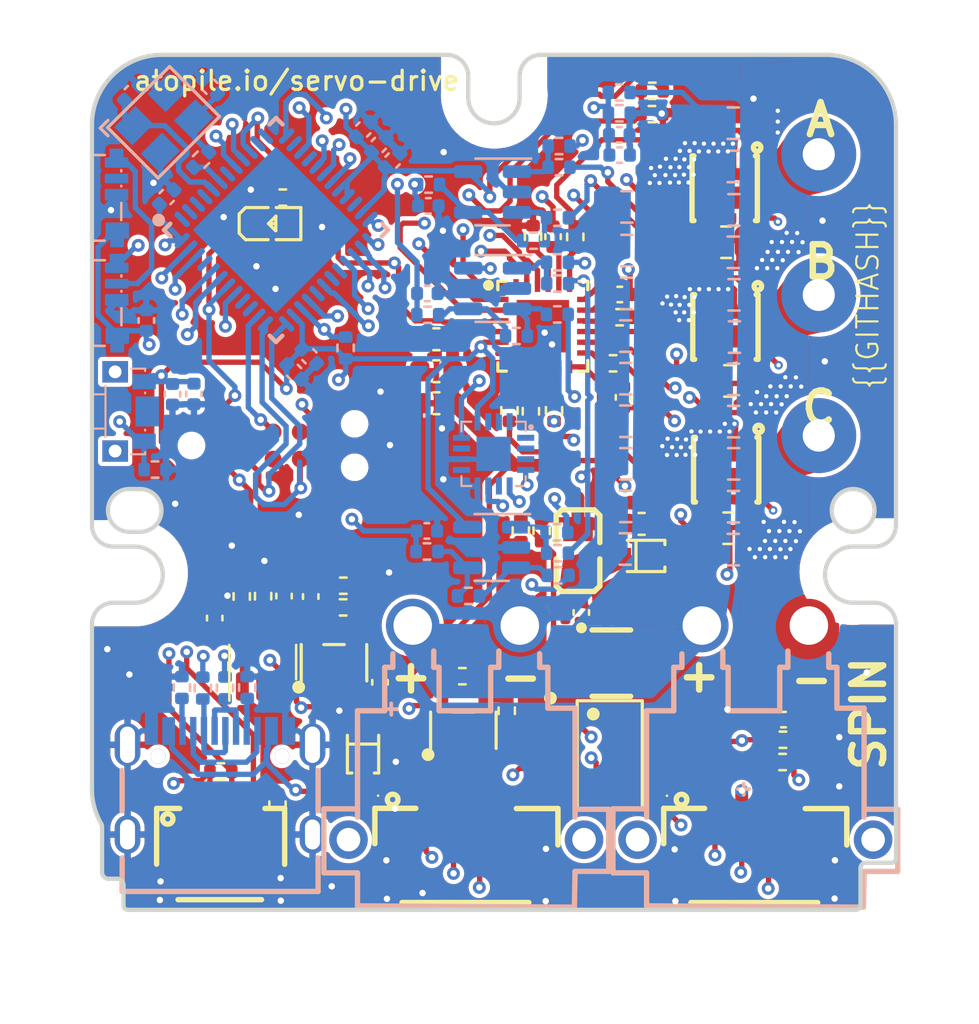
<source format=kicad_pcb>
(kicad_pcb (version 20221018) (generator pcbnew)
  (layers (0 "F.Cu" signal) (1 "In1.Cu" signal) (2 "In2.Cu" signal) (31 "B.Cu" signal) (34 "B.Paste" user) (35 "F.Paste" user) (36 "B.SilkS" user "B.Silkscreen") (37 "F.SilkS" user "F.Silkscreen") (38 "B.Mask" user) (39 "F.Mask" user) (44 "Edge.Cuts" user))
  (net 0 "")
  (net 1 "sensor-ssd-2")
  (net 2 "sensor-a-2")
  (net 3 "sensor-z-2")
  (net 4 "sensor-b-2")
  (net 5 "SpinServoNEMA17-gnd")
  (net 6 "sensor-pwm-2")
  (net 7 "sensor-mgl-2")
  (net 8 "SpinServoNEMA17-mosi")
  (net 9 "sensor-nc-2")
  (net 10 "sensor-ssck-2")
  (net 11 "sensor-mgh-2")
  (net 12 "SpinServoNEMA17-cc1")
  (net 13 "SpinServoNEMA17-cs")
  (net 14 "SpinServoNEMA17-cc2")
  (net 15 "SpinServoNEMA17-out_b")
  (net 16 "SpinServoNEMA17-out_c")
  (net 17 "SpinServoNEMA17-p2")
  (net 18 "SpinServoNEMA17-out_a")
  (net 19 "SpinServoNEMA17-miso")
  (net 20 "led2-data_out-1")
  (net 21 "SpinServoNEMA17-sck")
  (net 22 "SpinServoNEMA17-temp_sense")
  (net 23 "gate_reg-cb-1")
  (net 24 "micro-VBAT-2")
  (net 25 "micro-PC14_OSC32_IN-2")
  (net 26 "micro-PC15_OSC32_OUT-2")
  (net 27 "micro-PA4-2")
  (net 28 "micro-PB7-2")
  (net 29 "canbus-v_mid-2")
  (net 30 "SpinServoNEMA17-a_isense")
  (net 31 "SpinServoNEMA17-b_isense")
  (net 32 "SpinServoNEMA17-c_isense")
  (net 33 "micro-PC4-2")
  (net 34 "micro-PC6-2")
  (net 35 "micro-PC10-2")
  (net 36 "micro-PC11-2")
  (net 37 "usbc-sbu-1")
  (net 38 "gate_reg-fb-1")
  (net 39 "micro-PA6-2")
  (net 40 "SpinServoNEMA17-dp")
  (net 41 "micro-out-1")
  (net 42 "SpinServoNEMA17-dm")
  (net 43 "_a-high_gate-2")
  (net 44 "_a-low_gate-2")
  (net 45 "_b-high_gate-2")
  (net 46 "_b-low_gate-2")
  (net 47 "_c-high_gate-2")
  (net 48 "_c-low_gate-2")
  (net 49 "SpinServoNEMA17-data_in")
  (net 50 "power_stage-i_fb_zero-1")
  (net 51 "power_stage-GHA-1")
  (net 52 "debug_led_1-A-2")
  (net 53 "power_stage-GLA-1")
  (net 54 "power_stage-DT-1")
  (net 55 "vref_1V65-vref_unbuf-2")
  (net 56 "power_stage-GLC-1")
  (net 57 "power_stage-GHC-1")
  (net 58 "power_stage-GLB-1")
  (net 59 "power_stage-GHB-1")
  (net 60 "drv8300-NC2-2")
  (net 61 "drv8300-NC1-2")
  (net 62 "micro-PC13-2")
  (net 63 "micro-PG10_NRST-2")
  (net 64 "micro-PA10-2")
  (net 65 "micro-PF1_OSC_OUT-1")
  (net 66 "SpinServoNEMA17-in")
  (net 67 "SpinServoNEMA17-p3")
  (net 68 "SpinServoNEMA17-scl")
  (net 69 "micro-PA8-2")
  (net 70 "micro-PA12-1")
  (net 71 "micro-PA11-1")
  (net 72 "_i_sense-input-12")
  (net 73 "SpinServoNEMA17-enable")
  (net 74 "micro-tdi-1")
  (net 75 "SpinServoNEMA17-sda")
  (net 76 "micro-tms-1")
  (net 77 "usbc-vbus-1")
  (net 78 "SpinServoNEMA17-vin")
  (net 79 "power_stage-BSTA-1")
  (net 80 "micro-tck-1")
  (net 81 "SpinServoNEMA17-out")
  (net 82 "_a-gnd")
  (net 83 "_b-i_in-1")
  (net 84 "_c-i_in")
  (net 85 "SpinServoNEMA17-vcc")
  (net 86 "ldo_3v3-adj")
  (net 87 "ldo_5v-adj-1")
  (net 88 "micro-PF0_OSC_IN")
  (net 89 "SpinServoNEMA17-data_out")
  (net 90 "SpinServoNEMA17-in-1")
  (net 91 "_i_sense-gnd")
  (net 92 "_i_sense-output-5")
  (net 93 "_i_sense-p1-6")
  (net 94 "_i_sense-in_n-8")
  (net 95 "_i_sense-input-11")
  (net 96 "_i_sense-output-6")
  (net 97 "_i_sense-p1-5")
  (net 98 "_i_sense-in-6")
  (net 99 "_i_sense-output-4")
  (net 100 "_i_sense-input-10")
  (net 101 "_i_sense-in_n-7")
  (net 102 "_i_sense-p1-4")
  (net 103 "_i_sense-out-1")
  (net 104 "_i_sense-output-7")
  (net 105 "SpinServoNEMA17-out-1")
  (net 106 "power_stage-bs-3")
  (net 107 "power_stage-bs-2")
  (net 108 "gate_reg-sw-1")
  (net 109 "SpinServoNEMA17-PA0")
  (net 110 "SpinServoNEMA17-INHB")
  (net 111 "SpinServoNEMA17-INHC")
  (net 112 "micro-PB10-2")
  (net 113 "micro-tdo")
  (net 114 "micro-reset")
  (net 115 "micro-can_rx")
  (net 116 "micro-can_tx")
  (footprint "Resistor_SMD:R_0402_1005Metric" (layer "F.Cu") (at 229.597943 93.970269 180)
    (fp_text reference "R37" hide)
    (fp_text value "10Ohm")
  )
  (footprint "lib:TAG-CONNECT_TC2050-IDC" (layer "F.Cu") (at 213.412228 99.961657)
    (fp_text reference "U16" hide)
    (fp_text value "")
  )
  (footprint "Resistor_SMD:R_0402_1005Metric" (layer "F.Cu") (at 212.947499 106.997961 -90)
    (fp_text reference "R1" hide)
    (fp_text value "10k")
  )
  (footprint "Capacitor_SMD:C_0603_1608Metric" (layer "F.Cu") (at 221.039605 97.985536 180)
    (fp_text reference "C31" hide)
    (fp_text value "4.7uF")
  )
  (footprint "Resistor_SMD:R_0402_1005Metric" (layer "F.Cu") (at 227.526375 90.219005 -90)
    (fp_text reference "R33" hide)
    (fp_text value "10Ohm")
  )
  (footprint "Resistor_SMD:R_0805_2012Metric" (layer "F.Cu") (at 234.708263 96.943943)
    (fp_text reference "R8" hide)
    (fp_text value "3mOhm")
  )
  (footprint "lib:CONN-SMD_4P-P1.25_SM04B-GHS-TB-LF-SN" (layer "F.Cu") (at 235.930942 119.105959)
    (fp_text reference "U27" hide)
    (fp_text value "")
  )
  (footprint "Capacitor_SMD:C_0402_1005Metric" (layer "F.Cu") (at 213.924557 106.991173 90)
    (fp_text reference "C2" hide)
    (fp_text value "1uF")
  )
  (footprint "Resistor_SMD:R_0402_1005Metric" (layer "F.Cu") (at 225.954838 103.942381 -90)
    (fp_text reference "R29" hide)
    (fp_text value "147K")
  )
  (footprint "Capacitor_SMD:C_0603_1608Metric" (layer "F.Cu") (at 221.039605 94.99751 180)
    (fp_text reference "C32" hide)
    (fp_text value "4.7uF")
  )
  (footprint "Capacitor_SMD:C_0402_1005Metric" (layer "F.Cu") (at 226.487839 90.210935 90)
    (fp_text reference "C41" hide)
    (fp_text value "1uF")
  )
  (footprint "Resistor_SMD:R_0402_1005Metric" (layer "F.Cu") (at 213.619 116.735881 -90)
    (fp_text reference "R40" hide)
    (fp_text value "")
  )
  (footprint "Resistor_SMD:R_0402_1005Metric" (layer "F.Cu") (at 210.974131 115.178676 180)
    (fp_text reference "R39" hide)
    (fp_text value "")
  )
  (footprint "lib:V-DFN3030-8K_L3.0-W3.0-P0.65-BL" (layer "F.Cu") (at 234.5686 101.100103 180)
    (fp_text reference "U3" hide)
    (fp_text value "")
  )
  (footprint "Resistor_SMD:R_0805_2012Metric" (layer "F.Cu") (at 234.669908 103.82183)
    (fp_text reference "R47" hide)
    (fp_text value "3mOhm")
  )
  (footprint "Capacitor_SMD:C_0603_1608Metric" (layer "F.Cu") (at 221.039605 96.491523 180)
    (fp_text reference "C23" hide)
    (fp_text value "4.7uF")
  )
  (footprint "Resistor_SMD:R_0402_1005Metric" (layer "F.Cu") (at 225.552263 90.20602 90)
    (fp_text reference "R31" hide)
    (fp_text value "40.2kOhm")
  )
  (footprint "lib:CONN-SMD_4P-P1.25_SM04B-GHS-TB-LF-SN" (layer "F.Cu") (at 222.441098 119.103001)
    (fp_text reference "U26" hide)
    (fp_text value "")
  )
  (footprint "lib:LED0603-RD" (layer "F.Cu") (at 213.31991 89.59932)
    (fp_text reference "U29" hide)
    (fp_text value "")
  )
  (footprint "Resistor_SMD:R_0402_1005Metric" (layer "F.Cu") (at 224.452665 98.319793 90)
    (fp_text reference "R36" hide)
    (fp_text value "10Ohm")
  )
  (footprint "lib:NetTie-2_SMD_Pad0.25mm" (layer "F.Cu") (at 234.76377 97.061015)
    (fp_text reference "U33" hide)
    (fp_text value "" hide)
  )
  (footprint "Package_TO_SOT_SMD:SOT-23-5" (layer "F.Cu") (at 212.929142 110.074808 90)
    (fp_text reference "U4" hide)
    (fp_text value "")
  )
  (footprint "Resistor_SMD:R_0402_1005Metric" (layer "F.Cu") (at 211.950029 107.009118 90)
    (fp_text reference "R38" hide)
    (fp_text value "10k")
  )
  (footprint "lib:SOD-323_L1.8-W1.3-LS2.5-RD" (layer "F.Cu") (at 230.801843 105.116933)
    (fp_text reference "U36" hide)
    (fp_text value "")
  )
  (footprint "Resistor_SMD:R_0402_1005Metric" (layer "F.Cu") (at 224.325347 112.346179 90)
    (fp_text reference "R21" hide)
    (fp_text value "18k")
  )
  (footprint "lib:SOT-23-5_L3.0-W1.7-P0.95-LS2.8-BL" (layer "F.Cu") (at 222.299803 113.256657)
    (fp_text reference "U23" hide)
    (fp_text value "")
  )
  (footprint "Resistor_SMD:R_0402_1005Metric" (layer "F.Cu") (at 231.104696 84.486829)
    (fp_text reference "R5" hide)
    (fp_text value "10k_NTC")
  )
  (footprint "lib:NetTie-2_SMD_Pad0.25mm" (layer "F.Cu") (at 234.741492 90.399122)
    (fp_text reference "U19" hide)
    (fp_text value "" hide)
  )
  (footprint "lib:VQFN-24_L4.0-W4.0-P0.50-TL-EP2.5" (layer "F.Cu") (at 226.010123 94.388415)
    (fp_text reference "U12" hide)
    (fp_text value "")
  )
  (footprint "Capacitor_SMD:C_0402_1005Metric" (layer "F.Cu") (at 229.605344 92.908097)
    (fp_text reference "C43" hide)
    (fp_text value "1uF")
  )
  (footprint "lib:SOT-23-6_L2.9-W1.6-P0.95-LS2.8-BR" (layer "F.Cu") (at 229.212249 110.124245 180)
    (fp_text reference "U6" hide)
    (fp_text value "")
  )
  (footprint "Capacitor_SMD:C_0402_1005Metric" (layer "F.Cu") (at 218.404213 111.018358 90)
    (fp_text reference "C5" hide)
    (fp_text value "1uF")
  )
  (footprint "lib:CONN-SMD_4P-P1.00_SM04B-SRSS-TB-LF-SN" (layer "F.Cu") (at 210.993629 118.709264)
    (fp_text reference "U15" hide)
    (fp_text value "")
  )
  (footprint "lib:NetTie-2_SMD_Pad0.25mm" (layer "F.Cu") (at 232.872566 103.891269)
    (fp_text reference "U34" hide)
    (fp_text value "" hide)
  )
  (footprint "lib:OutputPad" (layer "F.Cu") (at 238.896578 92.928145 90)
    (fp_text reference "U8" hide)
    (fp_text value "" hide)
  )
  (footprint "Resistor_SMD:R_0402_1005Metric" (layer "F.Cu") (at 222.25509 110.732959 180)
    (fp_text reference "R22" hide)
    (fp_text value "10k")
  )
  (footprint "Resistor_SMD:R_0402_1005Metric" (layer "F.Cu") (at 229.290288 96.122885 180)
    (fp_text reference "R34" hide)
    (fp_text value "10Ohm")
  )
  (footprint "lib:NetTie-2_SMD_Pad0.25mm" (layer "F.Cu") (at 232.775287 90.469506)
    (fp_text reference "U17" hide)
    (fp_text value "" hide)
  )
  (footprint "Resistor_SMD:R_0402_1005Metric" (layer "F.Cu") (at 237.206444 114.742404)
    (fp_text reference "R23" hide)
    (fp_text value "60R")
  )
  (footprint "lib:NetTie-2_SMD_Pad0.25mm" (layer "F.Cu") (at 234.763307 103.789241)
    (fp_text reference "U35" hide)
    (fp_text value "" hide)
  )
  (footprint "lib:OutputPad" (layer "F.Cu") (at 238.896578 86.36 -90)
    (fp_text reference "U7" hide)
    (fp_text value "" hide)
  )
  (footprint "Resistor_SMD:R_0805_2012Metric" (layer "F.Cu") (at 234.56949 90.468395)
    (fp_text reference "R4" hide)
    (fp_text value "3mOhm")
  )
  (footprint "lib:V-DFN3030-8K_L3.0-W3.0-P0.65-BL" (layer "F.Cu") (at 234.498801 87.95687 180)
    (fp_text reference "U28" hide)
    (fp_text value "")
  )
  (footprint "Capacitor_SMD:C_0402_1005Metric" (layer "F.Cu") (at 210.68733 108.018642 90)
    (fp_text reference "C7" hide)
    (fp_text value "100nF")
  )
  (footprint "lib:NetTie-2_SMD_Pad0.25mm" (layer "F.Cu") (at 232.931158 97.034284)
    (fp_text reference "U31" hide)
    (fp_text value "" hide)
  )
  (footprint "lib:L0805" (layer "F.Cu") (at 227.653021 104.833666 90)
    (fp_text reference "U10" hide)
    (fp_text value "")
  )
  (footprint "lib:OutputPad" (layer "F.Cu") (at 238.896578 99.49629 -90)
    (fp_text reference "U9" hide)
    (fp_text value "" hide)
  )
  (footprint "Resistor_SMD:R_0402_1005Metric" (layer "F.Cu") (at 224.983568 103.938132 -90)
    (fp_text reference "R30" hide)
    (fp_text value "10K")
  )
  (footprint "Resistor_SMD:R_0402_1005Metric" (layer "F.Cu") (at 237.223251 113.700396)
    (fp_text reference "R15" hide)
    (fp_text value "60R")
  )
  (footprint "lib:SOT-23-5_L3.0-W1.7-P0.95-LS2.8-BL" (layer "F.Cu") (at 216.258542 110.105673)
    (fp_text reference "U22" hide)
    (fp_text value "")
  )
  (footprint "Resistor_SMD:R_0402_1005Metric" (layer "F.Cu") (at 216.684933 107.519958)
    (fp_text reference "R17" hide)
    (fp_text value "18k")
  )
  (footprint "lib:V-DFN3030-8K_L3.0-W3.0-P0.65-BL" (layer "F.Cu") (at 234.532534 94.435192 180)
    (fp_text reference "U1" hide)
    (fp_text value "")
  )
  (footprint "Capacitor_SMD:C_0402_1005Metric" (layer "F.Cu") (at 215.170791 107.012537 90)
    (fp_text reference "C16" hide)
    (fp_text value "1uF")
  )
  (footprint "Resistor_SMD:R_0402_1005Metric" (layer "F.Cu") (at 225.452366 98.361447 90)
    (fp_text reference "R32" hide)
    (fp_text value "10Ohm")
  )
  (footprint "Resistor_SMD:R_0402_1005Metric" (layer "F.Cu") (at 213.865683 88.383035 180)
    (fp_text reference "R24" hide)
    (fp_text value "1k")
  )
  (footprint "Resistor_SMD:R_0402_1005Metric" (layer "F.Cu") (at 216.690997 106.507356 180)
    (fp_text reference "R18" hide)
    (fp_text value "5.1k")
  )
  (footprint "Resistor_SMD:R_0402_1005Metric" (layer "F.Cu") (at 231.122743 83.396853 180)
    (fp_text reference "R2" hide)
    (fp_text value "10k")
  )
  (footprint "Capacitor_SMD:C_0402_1005Metric" (layer "F.Cu") (at 227.808994 107.758208 90)
    (fp_text reference "C24" hide)
    (fp_text value "100nF")
  )
  (footprint "Capacitor_SMD:C_0402_1005Metric" (layer "F.Cu") (at 237.248782 112.759914 180)
    (fp_text reference "C9" hide)
    (fp_text value "10nF")
  )
  (footprint "lib:SOIC-8_L4.9-W3.9-P1.27-LS6.0-BL" (layer "F.Cu") (at 229.13551 114.409602 -90)
    (fp_text reference "U25" hide)
    (fp_text value "")
  )
  (footprint "lib:SOD-323_L1.8-W1.3-LS2.5-RD" (layer "F.Cu") (at 217.614033 114.344378 -90)
    (fp_text reference "U30" hide)
    (fp_text value "")
  )
  (footprint "Capacitor_SMD:C_0603_1608Metric" (layer "F.Cu") (at 230.625265 103.620879)
    (fp_text reference "C8" hide)
    (fp_text value "4.7uF")
  )
  (footprint "Capacitor_SMD:C_0402_1005Metric" (layer "F.Cu") (at 229.778271 97.712579 90)
    (fp_text reference "C45" hide)
    (fp_text value "1uF")
  )
  (footprint "Resistor_SMD:R_0402_1005Metric" (layer "F.Cu") (at 226.535376 98.319793 90)
    (fp_text reference "R35" hide)
    (fp_text value "10Ohm")
  )
  (footprint "Capacitor_SMD:C_0402_1005Metric" (layer "B.Cu") (at 218.34839 85.923804 45)
    (fp_text reference "C40" hide)
    (fp_text value "1uF")
  )
  (footprint "lib:UFQFPN-48_L7.0-W7.0-P0.50-BL-EP" (layer "B.Cu") (at 213.5505 89.895967 45)
    (fp_text reference "U13" hide)
    (fp_text value "")
  )
  (footprint "lib:KEY-SMD_SKTDLDE010" (layer "B.Cu") (at 206.786391 98.37 -90)
    (fp_text reference "U11" hide)
    (fp_text value "")
  )
  (footprint "Resistor_SMD:R_0402_1005Metric" (layer "B.Cu") (at 210.131573 111.287248 -90)
    (fp_text reference "R9" hide)
    (fp_text value "27R")
  )
  (footprint "Resistor_SMD:R_0402_1005Metric" (layer "B.Cu") (at 225.578108 90.394345 180)
    (fp_text reference "R12" hide)
    (fp_text value "45k")
  )
  (footprint "Capacitor_SMD:C_0402_1005Metric" (layer "B.Cu") (at 214.393613 96.524173 -45)
    (fp_text reference "C14" hide)
    (fp_text value "100nF")
  )
  (footprint "Resistor_SMD:R_0402_1005Metric" (layer "B.Cu") (at 216.800445 95.402352 -90)
    (fp_text reference "R11" hide)
    (fp_text value "1k5")
  )
  (footprint "Resistor_SMD:R_0402_1005Metric" (layer "B.Cu") (at 209.155671 111.26153 90)
    (fp_text reference "R20" hide)
    (fp_text value "5.1k")
  )
  (footprint "Capacitor_SMD:C_0805_2012Metric" (layer "B.Cu") (at 234.918411 96.872522)
    (fp_text reference "C26" hide)
    (fp_text value "10uF")
  )
  (footprint "Capacitor_SMD:C_0805_2012Metric" (layer "B.Cu") (at 234.903542 84.910002)
    (fp_text reference "C20" hide)
    (fp_text value "10uF")
  )
  (footprint "Capacitor_SMD:C_0402_1005Metric" (layer "B.Cu") (at 208.443961 88.359727 45)
    (fp_text reference "C46" hide)
    (fp_text value "1uF")
  )
  (footprint "Resistor_SMD:R_0402_1005Metric" (layer "B.Cu") (at 226.667821 104.014969 180)
    (fp_text reference "R50" hide)
    (fp_text value "1k")
  )
  (footprint "Resistor_SMD:R_0402_1005Metric" (layer "B.Cu") (at 224.776568 94.84356 180)
    (fp_text reference "R26" hide)
    (fp_text value "45k")
  )
  (footprint "Resistor_SMD:R_0402_1005Metric" (layer "B.Cu") (at 211.167836 111.279684 -90)
    (fp_text reference "R10" hide)
    (fp_text value "27R")
  )
  (footprint "Resistor_SMD:R_0402_1005Metric" (layer "B.Cu") (at 220.599629 104.90801 180)
    (fp_text reference "R52" hide)
    (fp_text value "56R")
  )
  (footprint "Capacitor_SMD:C_0402_1005Metric" (layer "B.Cu") (at 220.661845 88.76886)
    (fp_text reference "C10" hide)
    (fp_text value "2200pf")
  )
  (footprint "Resistor_SMD:R_0402_1005Metric" (layer "B.Cu") (at 226.768212 85.976087)
    (fp_text reference "R14" hide)
    (fp_text value "45k")
  )
  (footprint "Resistor_SMD:R_0402_1005Metric" (layer "B.Cu") (at 229.577345 83.472092 180)
    (fp_text reference "R27" hide)
    (fp_text value "10kOhm")
  )
  (footprint "Capacitor_SMD:C_0805_2012Metric" (layer "B.Cu") (at 229.919292 92.861553 180)
    (fp_text reference "C36" hide)
    (fp_text value "10uF")
  )
  (footprint "Resistor_SMD:R_0402_1005Metric" (layer "B.Cu") (at 226.698928 92.397598)
    (fp_text reference "R45" hide)
    (fp_text value "45k")
  )
  (footprint "Resistor_SMD:R_0402_1005Metric" (layer "B.Cu") (at 220.635327 93.854504 180)
    (fp_text reference "R46" hide)
    (fp_text value "56R")
  )
  (footprint "Capacitor_SMD:C_0805_2012Metric" (layer "B.Cu") (at 234.90177 90.93792)
    (fp_text reference "C3" hide)
    (fp_text value "10uF")
  )
  (footprint "Capacitor_SMD:C_0402_1005Metric" (layer "B.Cu") (at 208.714655 97.566751 -90)
    (fp_text reference "C19" hide)
    (fp_text value "1uF")
  )
  (footprint "Capacitor_SMD:C_0402_1005Metric" (layer "B.Cu") (at 229.59779 86.398007)
    (fp_text reference "C33" hide)
    (fp_text value "")
  )
  (footprint "Resistor_SMD:R_0402_1005Metric" (layer "B.Cu") (at 212.203861 111.26153 90)
    (fp_text reference "R19" hide)
    (fp_text value "5.1k")
  )
  (footprint "Resistor_SMD:R_0402_1005Metric" (layer "B.Cu") (at 222.536538 106.982377 180)
    (fp_text reference "R49" hide)
    (fp_text value "45k")
  )
  (footprint "Capacitor_SMD:C_0402_1005Metric" (layer "B.Cu") (at 210.480589 83.207798 135)
    (fp_text reference "C44" hide)
    (fp_text value "20pF")
  )
  (footprint "Capacitor_SMD:C_0805_2012Metric" (layer "B.Cu") (at 234.933418 88.956803)
    (fp_text reference "C25" hide)
    (fp_text value "10uF")
  )
  (footprint "Capacitor_SMD:C_0402_1005Metric" (layer "B.Cu") (at 220.616569 92.860471)
    (fp_text reference "C11" hide)
    (fp_text value "2200pf")
  )
  (footprint "Package_TO_SOT_SMD:SOT-23-5" (layer "B.Cu") (at 223.665489 88.121732 180)
    (fp_text reference "U20" hide)
    (fp_text value "")
  )
  (footprint "lib:OSC-SMD_4P-L3.2-W2.5-BL" (layer "B.Cu") (at 208.310518 84.867766 45)
    (fp_text reference "U37" hide)
    (fp_text value "8Mhz")
  )
  (footprint "Resistor_SMD:R_0402_1005Metric" (layer "B.Cu") (at 226.690766 91.40641 180)
    (fp_text reference "R44" hide)
    (fp_text value "1k")
  )
  (footprint "Resistor_SMD:R_0402_1005Metric" (layer "B.Cu") (at 226.765506 86.965157 180)
    (fp_text reference "R13" hide)
    (fp_text value "1k")
  )
  (footprint "Capacitor_SMD:C_0805_2012Metric" (layer "B.Cu") (at 234.924137 100.816084)
    (fp_text reference "C6" hide)
    (fp_text value "10uF")
  )
  (footprint "Capacitor_SMD:C_0402_1005Metric" (layer "B.Cu") (at 207.494037 94.121392 90)
    (fp_text reference "C18" hide)
    (fp_text value "1uF")
  )
  (footprint "Resistor_SMD:R_0402_1005Metric" (layer "B.Cu") (at 226.694067 89.324386 180)
    (fp_text reference "R6" hide)
    (fp_text value "1k")
  )
  (footprint "lib:LED-SMD_4P-L4.0-W1.4_SK6805SIDE-S" (layer "B.Cu") (at 206.113021 88.335693 90)
    (fp_text reference "U32" hide)
    (fp_text value "")
  )
  (footprint "Capacitor_SMD:C_0805_2012Metric" (layer "B.Cu") (at 229.936919 90.858681 180)
    (fp_text reference "C35" hide)
    (fp_text value "10uF")
  )
  (footprint "lib:VQFN-16_L3.0-W3.0-P0.50-BL-EP1.6" (layer "B.Cu") (at 223.709583 100.35021 -90)
    (fp_text reference "U18" hide)
    (fp_text value "")
  )
  (footprint "Capacitor_SMD:C_0805_2012Metric" (layer "B.Cu") (at 234.906304 104.821759)
    (fp_text reference "C29" hide)
    (fp_text value "10uF")
  )
  (footprint "Capacitor_SMD:C_0805_2012Metric" (layer "B.Cu") (at 234.919476 98.844787)
    (fp_text reference "C27" hide)
    (fp_text value "10uF")
  )
  (footprint "Capacitor_SMD:C_0805_2012Metric" (layer "B.Cu") (at 229.881774 98.826991 180)
    (fp_text reference "C47" hide)
    (fp_text value "10uF")
  )
  (footprint "Capacitor_SMD:C_0402_1005Metric" (layer "B.Cu") (at 215.109742 95.791676 -45)
    (fp_text reference "C15" hide)
    (fp_text value "100nF")
  )
  (footprint "lib:CONN-TH_XT30PW-M" (layer "B.Cu") (at 235.935124 113.367924 180)
    (fp_text reference "U14" hide)
    (fp_text value "")
  )
  (footprint "Resistor_SMD:R_0402_1005Metric" (layer "B.Cu") (at 210.050194 86.609669 45)
    (fp_text reference "R7" hide)
    (fp_text value "220")
  )
  (footprint "Capacitor_SMD:C_0805_2012Metric" (layer "B.Cu") (at 234.9129 102.818352)
    (fp_text reference "C22" hide)
    (fp_text value "10uF")
  )
  (footprint "Resistor_SMD:R_0402_1005Metric" (layer "B.Cu") (at 229.583666 84.444273)
    (fp_text reference "R28" hide)
    (fp_text value "1kOhm")
  )
  (footprint "Resistor_SMD:R_0402_1005Metric" (layer "B.Cu") (at 226.686073 93.838685 180)
    (fp_text reference "R25" hide)
    (fp_text value "1k")
  )
  (footprint "Capacitor_SMD:C_0805_2012Metric" (layer "B.Cu") (at 234.959138 94.895598)
    (fp_text reference "C4" hide)
    (fp_text value "10uF")
  )
  (footprint "Capacitor_SMD:C_0402_1005Metric" (layer "B.Cu") (at 209.716398 97.553665 -90)
    (fp_text reference "C1" hide)
    (fp_text value "1uF")
  )
  (footprint "Capacitor_SMD:C_0402_1005Metric" (layer "B.Cu") (at 206.814002 83.501152 45)
    (fp_text reference "C42" hide)
    (fp_text value "20pF")
  )
  (footprint "Resistor_SMD:R_0402_1005Metric" (layer "B.Cu") (at 226.725133 106.02256 180)
    (fp_text reference "R48" hide)
    (fp_text value "1k")
  )
  (footprint "Package_TO_SOT_SMD:SOT-23-5" (layer "B.Cu") (at 223.665489 92.629538 180)
    (fp_text reference "U21" hide)
    (fp_text value "")
  )
  (footprint "Capacitor_SMD:C_0805_2012Metric" (layer "B.Cu") (at 229.881774 102.80395 180)
    (fp_text reference "C49" hide)
    (fp_text value "10uF")
  )
  (footprint "Capacitor_SMD:C_0805_2012Metric" (layer "B.Cu") (at 229.881774 94.850032 180)
    (fp_text reference "C37" hide)
    (fp_text value "10uF")
  )
  (footprint "Resistor_SMD:R_0402_1005Metric" (layer "B.Cu") (at 207.900939 101.082 180)
    (fp_text reference "R3" hide)
    (fp_text value "10k")
  )
  (footprint "lib:CONN-TH_XT30PW-M" (layer "B.Cu") (at 222.435124 113.367924 180)
    (fp_text reference "U2" hide)
    (fp_text value "")
  )
  (footprint "Capacitor_SMD:C_0402_1005Metric" (layer "B.Cu") (at 220.594438 103.949057)
    (fp_text reference "C12" hide)
    (fp_text value "2200pf")
  )
  (footprint "Capacitor_SMD:C_0805_2012Metric" (layer "B.Cu") (at 234.900327 86.929347)
    (fp_text reference "C21" hide)
    (fp_text value "10uF")
  )
  (footprint "lib:LED-SMD_4P-L4.0-W1.4_SK6805SIDE-S" (layer "B.Cu") (at 206.119585 93.248103 90)
    (fp_text reference "U5" hide)
    (fp_text value "")
  )
  (footprint "lib:USB-C-SMD_KH-TYPE-C-16P" (layer "B.Cu") (at 210.933789 115.705178 180)
    (fp_text reference "J1" hide)
    (fp_text value "")
  )
  (footprint "Capacitor_SMD:C_0805_2012Metric" (layer "B.Cu") (at 229.859804 104.792516 180)
    (fp_text reference "C39" hide)
    (fp_text value "10uF")
  )
  (footprint "Capacitor_SMD:C_0805_2012Metric" (layer "B.Cu") (at 229.936919 88.818291 180)
    (fp_text reference "C30" hide)
    (fp_text value "10uF")
  )
  (footprint "Package_TO_SOT_SMD:SOT-23-5" (layer "B.Cu") (at 223.62171 104.720856 180)
    (fp_text reference "U24" hide)
    (fp_text value "")
  )
  (footprint "Resistor_SMD:R_0402_1005Metric" (layer "B.Cu") (at 226.694584 104.988832)
    (fp_text reference "R51" hide)
    (fp_text value "45k")
  )
  (footprint "Capacitor_SMD:C_0805_2012Metric" (layer "B.Cu") (at 229.881774 96.838511 180)
    (fp_text reference "C38" hide)
    (fp_text value "10uF")
  )
  (footprint "Capacitor_SMD:C_0402_1005Metric" (layer "B.Cu") (at 229.579955 85.446822)
    (fp_text reference "C34" hide)
    (fp_text value "100nF")
  )
  (footprint "Capacitor_SMD:C_0402_1005Metric" (layer "B.Cu") (at 217.62646 85.203094 45)
    (fp_text reference "C13" hide)
    (fp_text value "100nF")
  )
  (footprint "Capacitor_SMD:C_0805_2012Metric" (layer "B.Cu") (at 229.881774 100.81547 180)
    (fp_text reference "C48" hide)
    (fp_text value "10uF")
  )
  (footprint "Capacitor_SMD:C_0805_2012Metric" (layer "B.Cu") (at 234.938628 92.923044)
    (fp_text reference "C28" hide)
    (fp_text value "2.2uF")
  )
  (footprint "Capacitor_SMD:C_0402_1005Metric" (layer "B.Cu") (at 218.993118 86.652296 45)
    (fp_text reference "C17" hide)
    (fp_text value "100nF")
  )
  (footprint "Resistor_SMD:R_0402_1005Metric" (layer "B.Cu") (at 220.675217 87.77714 180)
    (fp_text reference "R16" hide)
    (fp_text value "56R")
  )
  (gr_arc (start 206.127868 120.192132) (mid 206.340001 120.279999) (end 206.427868 120.492132) (stroke (width 0.2)) (layer "Edge.Cuts"))
  (gr_line (start 241.502868 107.303633) (end 240.502868 107.303633) (stroke (width 0.2)) (layer "Edge.Cuts"))
  (gr_arc (start 206.627868 121.642132) (mid 206.486447 121.583553) (end 206.427868 121.442132) (stroke (width 0.2)) (layer "Edge.Cuts"))
  (gr_line (start 207.202868 103.992133) (end 206.702868 103.992133) (stroke (width 0.2)) (layer "Edge.Cuts"))
  (gr_arc (start 242.502868 103.680633) (mid 242.209975 104.38774) (end 241.502868 104.680633) (stroke (width 0.2)) (layer "Edge.Cuts"))
  (gr_line (start 242.502522 116.039782) (end 242.502868 115.992133) (stroke (width 0.2)) (layer "Edge.Cuts"))
  (gr_arc (start 239.227868 81.717133) (mid 241.543639 82.676354) (end 242.502868 84.992122) (stroke (width 0.2)) (layer "Edge.Cuts"))
  (gr_line (start 239.227868 81.717133) (end 225.927868 81.717133) (stroke (width 0.2)) (layer "Edge.Cuts"))
  (gr_line (start 206.702868 101.992133) (end 207.202868 101.992133) (stroke (width 0.2)) (layer "Edge.Cuts"))
  (gr_arc (start 242.502522 119.242133) (mid 242.443941 119.383538) (end 242.302522 119.442133) (stroke (width 0.2)) (layer "Edge.Cuts"))
  (gr_arc (start 205.388008 117.623335) (mid 205.063523 116.836255) (end 204.952868 115.992133) (stroke (width 0.2)) (layer "Edge.Cuts"))
  (gr_line (start 240.845964 121.442132) (end 240.845964 119.692133) (stroke (width 0.2)) (layer "Edge.Cuts"))
  (gr_arc (start 206.702868 103.992133) (mid 205.702868 102.992133) (end 206.702868 101.992133) (stroke (width 0.2)) (layer "Edge.Cuts"))
  (gr_arc (start 240.845964 121.442132) (mid 240.787385 121.583553) (end 240.645964 121.642132) (stroke (width 0.2)) (layer "Edge.Cuts"))
  (gr_line (start 205.727868 120.192132) (end 206.127868 120.192132) (stroke (width 0.2)) (layer "Edge.Cuts"))
  (gr_arc (start 241.502868 107.303633) (mid 242.209975 107.596526) (end 242.502868 108.303633) (stroke (width 0.2)) (layer "Edge.Cuts"))
  (gr_line (start 204.952868 84.992133) (end 204.952868 103.680633) (stroke (width 0.2)) (layer "Edge.Cuts"))
  (gr_arc (start 207.202868 101.992133) (mid 208.202868 102.992133) (end 207.202868 103.992133) (stroke (width 0.2)) (layer "Edge.Cuts"))
  (gr_line (start 206.427868 120.492132) (end 206.427868 121.442132) (stroke (width 0.2)) (layer "Edge.Cuts"))
  (gr_circle (center 240.502868 102.992133) (end 241.502868 102.992133) (stroke (width 0.2)) (fill none) (layer "Edge.Cuts"))
  (gr_line (start 242.502522 119.242133) (end 242.502522 116.039782) (stroke (width 0.2)) (layer "Edge.Cuts"))
  (gr_line (start 241.095964 119.442133) (end 242.302522 119.442133) (stroke (width 0.2)) (layer "Edge.Cuts"))
  (gr_arc (start 240.845964 119.692133) (mid 240.919187 119.515355) (end 241.095964 119.442133) (stroke (width 0.2)) (layer "Edge.Cuts"))
  (gr_line (start 205.952868 104.680633) (end 206.952868 104.680633) (stroke (width 0.2)) (layer "Edge.Cuts"))
  (gr_line (start 224.927868 82.717133) (end 224.927868 83.717133) (stroke (width 0.2)) (layer "Edge.Cuts"))
  (gr_line (start 221.527868 81.717133) (end 208.227868 81.717133) (stroke (width 0.2)) (layer "Edge.Cuts"))
  (gr_line (start 206.627868 121.642132) (end 240.645964 121.642132) (stroke (width 0.2)) (layer "Edge.Cuts"))
  (gr_arc (start 221.527868 81.717133) (mid 222.234975 82.010026) (end 222.527868 82.717133) (stroke (width 0.2)) (layer "Edge.Cuts"))
  (gr_arc (start 206.952868 104.680633) (mid 208.264368 105.992133) (end 206.952868 107.303633) (stroke (width 0.2)) (layer "Edge.Cuts"))
  (gr_line (start 222.527868 83.717133) (end 222.527868 82.717133) (stroke (width 0.2)) (layer "Edge.Cuts"))
  (gr_line (start 240.502868 104.680633) (end 241.502868 104.680633) (stroke (width 0.2)) (layer "Edge.Cuts"))
  (gr_arc (start 205.952868 104.680633) (mid 205.245762 104.387739) (end 204.952868 103.680633) (stroke (width 0.2)) (layer "Edge.Cuts"))
  (gr_arc (start 204.952868 108.303633) (mid 205.245762 107.596527) (end 205.952868 107.303633) (stroke (width 0.2)) (layer "Edge.Cuts"))
  (gr_line (start 242.502868 115.992133) (end 242.502868 108.303633) (stroke (width 0.2)) (layer "Edge.Cuts"))
  (gr_arc (start 224.927868 83.717133) (mid 223.727868 84.917133) (end 222.527868 83.717133) (stroke (width 0.2)) (layer "Edge.Cuts"))
  (gr_line (start 205.427868 117.772758) (end 205.427868 119.892132) (stroke (width 0.2)) (layer "Edge.Cuts"))
  (gr_line (start 206.952868 107.303633) (end 205.952868 107.303633) (stroke (width 0.2)) (layer "Edge.Cuts"))
  (gr_line (start 204.952868 108.303633) (end 204.952868 115.992133) (stroke (width 0.2)) (layer "Edge.Cuts"))
  (gr_arc (start 205.727868 120.192132) (mid 205.515736 120.104264) (end 205.427868 119.892132) (stroke (width 0.2)) (layer "Edge.Cuts"))
  (gr_arc (start 224.927868 82.717133) (mid 225.220762 82.010027) (end 225.927868 81.717133) (stroke (width 0.2)) (layer "Edge.Cuts"))
  (gr_line (start 242.502868 103.680633) (end 242.502868 84.992122) (stroke (width 0.2)) (layer "Edge.Cuts"))
  (gr_arc (start 205.388008 117.623335) (mid 205.417732 117.695434) (end 205.427868 117.772758) (stroke (width 0.2)) (layer "Edge.Cuts"))
  (gr_arc (start 240.502868 107.303633) (mid 239.191368 105.992133) (end 240.502868 104.680633) (stroke (width 0.2)) (layer "Edge.Cuts"))
  (gr_arc (start 204.952868 84.992133) (mid 205.912094 82.676359) (end 208.227868 81.717133) (stroke (width 0.2)) (layer "Edge.Cuts"))
  (gr_text "+" (at 218.383222 112.632606) (layer "B.SilkS") (effects (font (size 0.7 0.7) (thickness 0.175) bold) (justify left bottom)))
  (gr_text "+" (at 234.84263 116.365673) (layer "B.SilkS") (effects (font (size 0.7 0.7) (thickness 0.175) bold) (justify left bottom)))
  (gr_text "-" (at 223.8486 111.616268) (layer "F.SilkS") (effects (font (size 1.5 1.5) (thickness 0.3) bold) (justify left bottom)))
  (gr_text "SPIN" (at 242.103692 115.284911 90) (layer "F.SilkS") (effects (font (size 1.5 1.5) (thickness 0.3) bold) (justify left bottom)))
  (gr_text "{{GITHASH}} " (at 241.772523 97.421219 90) (layer "F.SilkS") (effects (font (size 1 1) (thickness 0.1)) (justify left bottom)))
  (gr_text "-" (at 237.434397 111.727214) (layer "F.SilkS") (effects (font (size 1.5 1.5) (thickness 0.3) bold) (justify left bottom)))
  (gr_text "+" (at 218.727627 111.600397) (layer "F.SilkS") (effects (font (size 1.5 1.5) (thickness 0.3) bold) (justify left bottom)))
  (gr_text "C" (at 237.951688 99.086505) (layer "F.SilkS") (effects (font (size 1.5 1.5) (thickness 0.3) bold) (justify left bottom)))
  (gr_text "B" (at 238.064227 92.259142) (layer "F.SilkS") (effects (font (size 1.5 1.5) (thickness 0.3) bold) (justify left bottom)))
  (gr_text "A" (at 238.139253 85.619344) (layer "F.SilkS") (effects (font (size 1.5 1.5) (thickness 0.3) bold) (justify left bottom)))
  (gr_text "+" (at 232.185479 111.556614) (layer "F.SilkS") (effects (font (size 1.5 1.5) (thickness 0.3) bold) (justify left bottom)))
  (gr_text "atopile.io/servo-drive" (at 206.829431 83.451056) (layer "F.SilkS") (effects (font (size 0.9 0.9)) (justify left bottom)))
  (segment (start 231.773525 84.328) (end 236.982 84.328) (width 0.25) (layer "F.Cu") (net 5))
  (segment (start 224.110123 95.638415) (end 223.935123 95.638415) (width 0.25) (layer "F.Cu") (net 5))
  (segment (start 210.910505 107.538642) (end 211.950029 106.499118) (width 0.25) (layer "F.Cu") (net 5))
  (segment (start 226.095193 94.690527) (end 226.095193 94.303345) (width 0.25) (layer "F.Cu") (net 5))
  (segment (start 223.910123 95.663415) (end 224.735123 95.663415) (width 0.25) (layer "F.Cu") (net 5))
  (segment (start 225.708011 94.690527) (end 226.095193 94.690527) (width 0.25) (layer "F.Cu") (net 5))
  (segment (start 211.950029 106.499118) (end 211.755499 106.499118) (width 0.25) (layer "F.Cu") (net 5))
  (segment (start 213.846319 102.429232) (end 214.613711 103.196624) (width 0.25) (layer "F.Cu") (net 5))
  (segment (start 231.614696 84.486829) (end 231.773525 84.328) (width 0.25) (layer "F.Cu") (net 5))
  (segment (start 213.323228 100.507657) (end 213.211006 100.507657) (width 0.25) (layer "F.Cu") (net 5))
  (segment (start 213.412228 100.596657) (end 213.846319 101.030748) (width 0.25) (layer "F.Cu") (net 5))
  (segment (start 224.735123 95.663415) (end 225.708011 94.690527) (width 0.25) (layer "F.Cu") (net 5))
  (segment (start 226.095193 94.303345) (end 226.010123 94.388415) (width 0.25) (layer "F.Cu") (net 5))
  (segment (start 213.846319 101.030748) (end 213.846319 102.429232) (width 0.25) (layer "F.Cu") (net 5))
  (segment (start 210.68733 107.538642) (end 210.910505 107.538642) (width 0.25) (layer "F.Cu") (net 5))
  (segment (start 223.935123 95.638415) (end 223.910123 95.663415) (width 0.25) (layer "F.Cu") (net 5))
  (segment (start 216.258542 112.094453) (end 216.506922 112.342833) (width 0.25) (layer "F.Cu") (net 5))
  (segment (start 213.412228 100.596657) (end 213.323228 100.507657) (width 0.25) (layer "F.Cu") (net 5))
  (segment (start 216.258542 111.255673) (end 216.258542 112.094453) (width 0.25) (layer "F.Cu") (net 5))
  (via (at 216.506922 112.342833) (size 0.6) (drill 0.3) (layers "F.Cu" "B.Cu") (net 5))
  (via (at 207.827331 87.695472) (size 0.6) (drill 0.3) (layers "F.Cu" "B.Cu") (net 5))
  (via (at 236.910788 98.417901) (size 0.4) (drill 0.2) (layers "F.Cu" "B.Cu") (net 5))
  (via (at 212.636139 91.591871) (size 0.6) (drill 0.3) (layers "F.Cu" "B.Cu") (net 5))
  (via (at 239.072249 89.459824) (size 0.6) (drill 0.3) (layers "F.Cu" "B.Cu") (net 5))
  (via (at 236.395702 105.175383) (size 0.4) (drill 0.2) (layers "F.Cu" "B.Cu") (net 5))
  (via (at 236.990124 90.917644) (size 0.4) (drill 0.2) (layers "F.Cu" "B.Cu") (net 5))
  (via (at 237.951549 90.928094) (size 0.4) (drill 0.2) (layers "F.Cu" "B.Cu") (net 5))
  (via (at 237.055053 103.956406) (size 0.4) (drill 0.2) (layers "F.Cu" "B.Cu") (net 5))
  (via (at 236.490931 91.680366) (size 0.4) (drill 0.2) (layers "F.Cu" "B.Cu") (net 5))
  (via (at 237.10695 104.806627) (size 0.4) (drill 0.2) (layers "F.Cu" "B.Cu") (net 5))
  (via (at 238.139654 90.468282) (size 0.4) (drill 0.2) (layers "F.Cu" "B.Cu") (net 5))
  (via (at 221.298855 99.160882) (size 0.6) (drill 0.3) (layers "F.Cu" "B.Cu") (net 5))
  (via (at 237.274509 103.527945) (size 0.4) (drill 0.2) (layers "F.Cu" "B.Cu") (net 5))
  (via (at 236.636026 97.19946) (size 0.4) (drill 0.2) (layers "F.Cu" "B.Cu") (net 5))
  (via (at 239.652137 119.329663) (size 0.6) (drill 0.3) (layers "F.Cu" "B.Cu") (net 5))
  (via (at 237.460386 90.917644) (size 0.4) (drill 0.2) (layers "F.Cu" "B.Cu") (net 5))
  (via (at 236.615787 104.796177) (size 0.4) (drill 0.2) (layers "F.Cu" "B.Cu") (net 5))
  (via (at 213.774461 121.21621) (size 0.6) (drill 0.3) (layers "F.Cu" "B.Cu") (net 5))
  (via (at 236.323534 103.527945) (size 0.4) (drill 0.2) (layers "F.Cu" "B.Cu") (net 5))
  (via (at 218.872057 99.94089) (size 0.6) (drill 0.3) (layers "F.Cu" "B.Cu") (net 5))
  (via (at 208.125964 121.183794) (size 0.6) (drill 0.3) (layers "F.Cu" "B.Cu") (net 5))
  (via (at 236.866948 104.416218) (size 0.4) (drill 0.2) (layers "F.Cu" "B.Cu") (net 5))
  (via (at 235.847428 83.763342) (size 0.6) (drill 0.3) (layers "F.Cu" "B.Cu") (net 5))
  (via (at 215.699511 89.758869) (size 0.6) (drill 0.3) (layers "F.Cu" "B.Cu") (net 5))
  (via (at 239.854009 113.581092) (size 0.6) (drill 0.3) (layers "F.Cu" "B.Cu") (net 5))
  (via (at 212.372488 88.013752) (size 0.6) (drill 0.3) (layers "F.Cu" "B.Cu") (net 5))
  (via (at 218.730362 121.129098) (size 0.6) (drill 0.3) (layers "F.Cu" "B.Cu") (net 5))
  (via (at 237.398896 97.659272) (size 0.4) (drill 0.2) (layers "F.Cu" "B.Cu") (net 5))
  (via (at 211.485761 104.636474) (size 0.6) (drill 0.3) (layers "F.Cu" "B.Cu") (net 5))
  (via (at 231.563606 84.456316) (size 0.6) (drill 0.3) (layers "F.Cu" "B.Cu") (net 5))
  (via (at 236.252793 91.298944) (size 0.4) (drill 0.2) (layers "F.Cu" "B.Cu") (net 5))
  (via (at 226.439839 95.239048) (size 0.6) (drill 0.3) (layers "F.Cu" "B.Cu") (net 5))
  (via (at 239.637119 121.116802) (size 0.6) (drill 0.3) (layers "F.Cu" "B.Cu") (net 5))
  (via (at 214.613711 103.196624) (size 0.6) (drill 0.3) (layers "F.Cu" "B.Cu") (net 5))
  (via (at 236.697516 90.457832) (size 0.4) (drill 0.2) (layers "F.Cu" "B.Cu") (net 5))
  (via (at 236.509411 90.917644) (size 0.4) (drill 0.2) (layers "F.Cu" "B.Cu") (net 5))
  (via (at 213.766357 120.162689) (size 0.6) (drill 0.3) (layers "F.Cu" "B.Cu") (net 5))
  (via (at 238.016478 103.966856) (size 0.4) (drill 0.2) (layers "F.Cu" "B.Cu") (net 5))
  (via (at 236.016226 97.464337) (size 0.4) (drill 0.2) (layers "F.Cu" "B.Cu") (net 5))
  (via (at 237.827358 96.781449) (size 0.4) (drill 0.2) (layers "F.Cu" "B.Cu") (net 5))
  (via (at 218.429448 97.445154) (size 0.6) (drill 0.3) (layers "F.Cu" "B.Cu") (net 5))
  (via (at 235.664812 104.796177) (size 0.4) (drill 0.2) (layers "F.Cu" "B.Cu") (net 5))
  (via (at 236.145525 104.796177) (size 0.4) (drill 0.2) (layers "F.Cu" "B.Cu") (net 5))
  (via (at 235.914989 105.175383) (size 0.4) (drill 0.2) (layers "F.Cu" "B.Cu") (net 5))
  (via (at 208.841195 102.67971) (size 0.6) (drill 0.3) (layers "F.Cu" "B.Cu") (net 5))
  (via (at 237.828373 104.426668) (size 0.4) (drill 0.2) (layers "F.Cu" "B.Cu") (net 5))
  (via (at 241.138157 110.55945) (size 0.6) (drill 0.3) (layers "F.Cu" "B.Cu") (net 5))
  (via (at 236.199004 98.027694) (size 0.4) (drill 0.2) (layers "F.Cu" "B.Cu") (net 5))
  (via (at 236.57434 103.956406) (size 0.4) (drill 0.2) (layers "F.Cu" "B.Cu") (net 5))
  (via (at 219.108301 116.915223) (size 0.6) (drill 0.3) (layers "F.Cu" "B.Cu") (net 5))
  (via (at 211.282415 106.972202) (size 0.6) (drill 0.3) (layers "F.Cu" "B.Cu") (net 5))
  (via (at 234.630536 112.284485) (size 0.6) (drill 0.3) (layers "F.Cu" "B.Cu") (net 5))
  (via (at 237.587001 97.19946) (size 0.4) (drill 0.2) (layers "F.Cu" "B.Cu") (net 5))
  (via (at 205.842807 88.967303) (size 0.6) (drill 0.3) (layers "F.Cu" "B.Cu") (net 5))
  (via (at 219.145347 114.729515) (size 0.6) (drill 0.3) (layers "F.Cu" "B.Cu") (net 5))
  (via (at 237.33721 104.416218) (size 0.4) (drill 0.2) (layers "F.Cu" "B.Cu") (net 5))
  (via (at 237.214218 91.309394) (size 0.4) (drill 0.2) (layers "F.Cu" "B.Cu") (net 5))
  (via (at 205.673259 109.47082) (size 0.6) (drill 0.3) (layers "F.Cu" "B.Cu") (net 5))
  (via (at 235.718291 98.027694) (size 0.4) (drill 0.2) (layers "F.Cu" "B.Cu") (net 5))
  (via (at 237.357127 105.185833) (size 0.4) (drill 0.2) (layers "F.Cu" "B.Cu") (net 5))
  (via (at 213.008361 105.348124) (size 0.6) (drill 0.3) (layers "F.Cu" "B.Cu") (net 5))
  (via (at 226.155683 118.795083) (size 0.6) (drill 0.3) (layers "F.Cu" "B.Cu") (net 5))
  (via (at 236.669266 98.027694) (size 0.4) (drill 0.2) (layers "F.Cu" "B.Cu") (net 5))
  (via (at 236.961193 91.680366) (size 0.4) (drill 0.2) (layers "F.Cu" "B.Cu") (net 5))
  (via (at 236.982 85.344) (size 0.4) (drill 0.2) (layers "F.Cu" "B.Cu") (net 5))
  (via (at 237.397685 90.029371) (size 0.4) (drill 0.2) (layers "F.Cu" "B.Cu") (net 5))
  (via (at 236.386235 104.416218) (size 0.4) (drill 0.2) (layers "F.Cu" "B.Cu") (net 5))
  (via (at 237.116739 97.19946) (size 0.4) (drill 0.2) (layers "F.Cu" "B.Cu") (net 5))
  (via (at 236.982 84.328) (size 0.4) (drill 0.2) (layers "F.Cu" "B.Cu") (net 5))
  (via (at 206.701367 110.654465) (size 0.6) (drill 0.3) (layers "F.Cu" "B.Cu") (net 5))
  (via (at 235.959813 98.417901) (size 0.4) (drill 0.2) (layers "F.Cu" "B.Cu") (net 5))
  (via (at 239.854009 115.877938) (size 0.6) (drill 0.3) (layers "F.Cu" "B.Cu") (net 5))
  (via (at 237.888848 90.039821) (size 0.4) (drill 0.2) (layers "F.Cu" "B.Cu") (net 5))
  (via (at 237.336195 96.770999) (size 0.4) (drill 0.2) (layers "F.Cu" "B.Cu") (net 5))
  (via (at 236.447921 97.659272) (size 0.4) (drill 0.2) (layers "F.Cu" "B.Cu") (net 5))
  (via (at 237.765672 103.538395) (size 0.4) (drill 0.2) (layers "F.Cu" "B.Cu") (net 5))
  (via (at 232.166799 118.820067) (size 0.6) (drill 0.3) (layers "F.Cu" "B.Cu") (net 5))
  (via (at 221.363435 101.538834) (size 0.6) (drill 0.3) (layers "F.Cu" "B.Cu") (net 5))
  (via (at 237.178229 90.457832) (size 0.4) (drill 0.2) (layers "F.Cu" "B.Cu") (net 5))
  (via (at 236.865964 105.175383) (size 0.4) (drill 0.2) (layers "F.Cu" "B.Cu") (net 5))
  (via (at 236.982 84.836) (size 0.4) (drill 0.2) (layers "F.Cu" "B.Cu") (net 5))
  (via (at 208.15838 120.316665) (size 0.6) (drill 0.3) (layers "F.Cu" "B.Cu") (net 5))
  (via (at 236.928634 97.659272) (size 0.4) (drill 0.2) (layers "F.Cu" "B.Cu") (net 5))
  (via (at 236.010218 91.680366) (size 0.4) (drill 0.2) (layers "F.Cu" "B.Cu") (net 5))
  (via (at 213.52753 92.646474) (size 0.6) (drill 0.3) (layers "F.Cu" "B.Cu") (net 5))
  (via (at 237.160429 98.038144) (size 0.4) (drill 0.2) (layers "F.Cu" "B.Cu") (net 5))
  (via (at 236.440526 98.417901) (size 0.4) (drill 0.2) (layers "F.Cu" "B.Cu") (net 5))
  (via (at 221.344449 89.929084) (size 0.6) (drill 0.3) (layers "F.Cu" "B.Cu") (net 5))
  (via (at 220.393265 120.857115) (size 0.6) (drill 0.3) (layers "F.Cu" "B.Cu") (net 5))
  (via (at 211.104453 89.294342) (size 0.6) (drill 0.3) (layers "F.Cu" "B.Cu") (net 5))
  (via (at 221.37958 86.259163) (size 0.6) (drill 0.3) (layers "F.Cu" "B.Cu") (net 5))
  (via (at 237.525315 103.956406) (size 0.4) (drill 0.2) (layers "F.Cu" "B.Cu") (net 5))
  (via (at 232.201776 121.238505) (size 0.6) (drill 0.3) (layers "F.Cu" "B.Cu") (net 5))
  (via (at 237.648491 90.457832) (size 0.4) (drill 0.2) (layers "F.Cu" "B.Cu") (net 5))
  (via (at 216.151723 120.545237) (size 0.6) (drill 0.3) (layers "F.Cu" "B.Cu") (net 5))
  (via (at 218.70333 119.331418) (size 0.6) (drill 0.3) (layers "F.Cu" "B.Cu") (net 5))
  (via (at 239.178801 96.030482) (size 0.6) (drill 0.3) (layers "F.Cu" "B.Cu") (net 5))
  (via (at 218.830167 105.889286) (size 0.6) (drill 0.3) (layers "F.Cu" "B.Cu") (net 5))
  (via (at 226.095193 94.690527) (size 0.6) (drill 0.3) (layers "F.Cu" "B.Cu") (net 5))
  (via (at 236.723055 91.298944) (size 0.4) (drill 0.2) (layers "F.Cu" "B.Cu") (net 5))
  (via (at 238.078164 97.20991) (size 0.4) (drill 0.2) (layers "F.Cu" "B.Cu") (net 5))
  (via (at 237.574945 104.797707) (size 0.4) (drill 0.2) (layers "F.Cu" "B.Cu") (net 5))
  (via (at 226.14569 121.238505) (size 0.6) (drill 0.3) (layers "F.Cu" "B.Cu") (net 5))
  (segment (start 224.802989 88.121732) (end 224.418738 88.121732) (width 0.25) (layer "B.Cu") (net 5))
  (segment (start 206.113021 88.335693) (end 206.113021 88.697089) (width 0.25) (layer "B.Cu") (net 5))
  (segment (start 207.263789 113.285178) (end 206.613789 113.935178) (width 0.25) (layer "B.Cu") (net 5))
  (segment (start 221.26347 89.929084) (end 221.344449 89.929084) (width 0.25) (layer "B.Cu") (net 5))
  (segment (start 224.187805 92.860471) (end 221.096569 92.860471) (width 0.25) (layer "B.Cu") (net 5))
  (segment (start 222.209583 100.60021) (end 221.519583 100.60021) (width 0.25) (layer "B.Cu") (net 5))
  (segment (start 206.113021 88.697089) (end 205.842807 88.967303) (width 0.25) (layer "B.Cu") (net 5))
  (segment (start 223.813991 86.998053) (end 223.075101 86.259163) (width 0.25) (layer "B.Cu") (net 5))
  (segment (start 207.153413 83.161741) (end 208.160127 83.161741) (width 0.25) (layer "B.Cu") (net 5))
  (segment (start 230.093666 84.444273) (end 231.526318 84.444273) (width 0.25) (layer "B.Cu") (net 5))
  (segment (start 223.459583 100.60021) (end 223.709583 100.35021) (width 0.25) (layer "B.Cu") (net 5))
  (segment (start 221.141845 89.72648) (end 221.344449 89.929084) (width 0.25) (layer "B.Cu") (net 5))
  (segment (start 208.727741 98.033665) (end 208.714655 98.046751) (width 0.25) (layer "B.Cu") (net 5))
  (segment (start 224.418738 88.121732) (end 223.813991 87.516985) (width 0.25) (layer "B.Cu") (net 5))
  (segment (start 207.883789 113.285178) (end 207.263789 113.285178) (width 0.25) (layer "B.Cu") (net 5))
  (segment (start 209.716398 98.033665) (end 208.727741 98.033665) (width 0.25) (layer "B.Cu") (net 5))
  (segment (start 221.519583 100.60021) (end 221.363435 100.756358) (width 0.25) (layer "B.Cu") (net 5))
  (segment (start 231.526318 84.444273) (end 231.528263 84.446218) (width 0.25) (layer "B.Cu") (net 5))
  (segment (start 222.959583 101.85021) (end 221.674811 101.85021) (width 0.25) (layer "B.Cu") (net 5))
  (segment (start 221.141845 88.76886) (end 221.141845 89.72648) (width 0.25) (layer "B.Cu") (net 5))
  (segment (start 208.783372 88.020316) (end 208.154955 87.391899) (width 0.25) (layer "B.Cu") (net 5))
  (segment (start 208.130904 87.391899) (end 207.827331 87.695472) (width 0.25) (layer "B.Cu") (net 5))
  (segment (start 214.603789 113.285178) (end 215.253789 113.935178) (width 0.25) (layer "B.Cu") (net 5))
  (segment (start 221.096569 92.860471) (end 221.096569 90.095985) (width 0.25) (layer "B.Cu") (net 5))
  (segment (start 208.154955 87.391899) (end 208.130904 87.391899) (width 0.25) (layer "B.Cu") (net 5))
  (segment (start 224.418738 92.629538) (end 224.187805 92.860471) (width 0.25) (layer "B.Cu") (net 5))
  (segment (start 208.160127 83.161741) (end 208.466081 83.467695) (width 0.25) (layer "B.Cu") (net 5))
  (segment (start 223.075101 86.259163) (end 221.37958 86.259163) (width 0.25) (layer "B.Cu") (net 5))
  (segment (start 213.983789 113.285178) (end 214.603789 113.285178) (width 0.25) (layer "B.Cu") (net 5))
  (segment (start 208.154955 87.391899) (end 208.154955 86.267837) (width 0.25) (layer "B.Cu") (net 5))
  (segment (start 221.363435 100.756358) (end 221.363435 101.538834) (width 0.25) (layer "B.Cu") (net 5))
  (segment (start 223.813991 87.516985) (end 223.813991 86.998053) (width 0.25) (layer "B.Cu") (net 5))
  (segment (start 221.674811 101.85021) (end 221.363435 101.538834) (width 0.25) (layer "B.Cu") (net 5))
  (segment (start 221.096569 90.095985) (end 221.26347 89.929084) (width 0.25) (layer "B.Cu") (net 5))
  (segment (start 224.802989 92.629538) (end 224.418738 92.629538) (width 0.25) (layer "B.Cu") (net 5))
  (segment (start 222.209583 100.60021) (end 223.459583 100.60021) (width 0.25) (layer "B.Cu") (net 5))
  (via (at 217.850741 93.571708) (size 0.6) (drill 0.3) (layers "F.Cu" "B.Cu") (net 8))
  (via (at 225.280981 101.797152) (size 0.6) (drill 0.3) (layers "F.Cu" "B.Cu") (net 8))
  (segment (start 216.873902 91.453448) (end 217.220419 91.799965) (width 0.25) (layer "B.Cu") (net 8))
  (segment (start 225.209583 101.10021) (end 225.209583 101.725754) (width 0.25) (layer "B.Cu") (net 8))
  (segment (start 225.209583 101.725754) (end 225.280981 101.797152) (width 0.25) (layer "B.Cu") (net 8))
  (segment (start 217.220419 92.941386) (end 217.850741 93.571708) (width 0.25) (layer "B.Cu") (net 8))
  (segment (start 217.220419 91.799965) (end 217.220419 92.941386) (width 0.25) (layer "B.Cu") (net 8))
  (segment (start 216.873902 91.451602) (end 216.873902 91.453448) (width 0.25) (layer "B.Cu") (net 8))
  (segment (start 212.183789 111.817553) (end 212.203861 111.797481) (width 0.25) (layer "B.Cu") (net 12))
  (segment (start 212.183789 113.285178) (end 212.183789 111.817553) (width 0.25) (layer "B.Cu") (net 12))
  (via (at 224.913281 102.579321) (size 0.6) (drill 0.3) (layers "F.Cu" "B.Cu") (net 13))
  (via (at 218.324783 89.684768) (size 0.6) (drill 0.3) (layers "F.Cu" "B.Cu") (net 13))
  (segment (start 224.763364 102.579321) (end 224.913281 102.579321) (width 0.25) (layer "B.Cu") (net 13))
  (segment (start 224.459583 101.85021) (end 224.459583 102.215421) (width 0.25) (layer "B.Cu") (net 13))
  (segment (start 224.459583 102.215421) (end 224.763364 102.519202) (width 0.25) (layer "B.Cu") (net 13))
  (segment (start 218.218338 89.684768) (end 218.324783 89.684768) (width 0.25) (layer "B.Cu") (net 13))
  (segment (start 224.763364 102.519202) (end 224.763364 102.579321) (width 0.25) (layer "B.Cu") (net 13))
  (segment (start 217.934562 89.400992) (end 218.218338 89.684768) (width 0.25) (layer "B.Cu") (net 13))
  (segment (start 209.159184 111.911361) (end 209.159184 113.260573) (width 0.25) (layer "B.Cu") (net 14))
  (segment (start 209.159184 113.260573) (end 209.183789 113.285178) (width 0.25) (layer "B.Cu") (net 14))
  (segment (start 230.079917 91.692191) (end 230.032779 91.739329) (width 0.25) (layer "F.Cu") (net 15))
  (segment (start 232.025192 94.865192) (end 231.798415 94.638415) (width 0.25) (layer "F.Cu") (net 15))
  (segment (start 230.085344 91.697618) (end 230.079917 91.692191) (width 0.25) (layer "F.Cu") (net 15))
  (segment (start 231.798415 94.638415) (end 227.910123 94.638415) (width 0.25) (layer "F.Cu") (net 15))
  (segment (start 230.085344 92.908097) (end 230.085344 91.697618) (width 0.25) (layer "F.Cu") (net 15))
  (segment (start 234.532534 94.865192) (end 232.025192 94.865192) (width 0.25) (layer "F.Cu") (net 15))
  (segment (start 230.032779 91.739329) (end 230.00668 91.739329) (width 0.25) (layer "F.Cu") (net 15))
  (via (at 230.00668 91.739329) (size 0.6) (drill 0.3) (layers "F.Cu" "B.Cu") (net 15))
  (segment (start 227.928812 96.288415) (end 228.816999 97.176602) (width 0.25) (layer "F.Cu") (net 16))
  (segment (start 229.778271 97.232579) (end 229.725392 97.285458) (width 0.25) (layer "F.Cu") (net 16))
  (segment (start 234.5686 101.530103) (end 231.070103 101.530103) (width 0.25) (layer "F.Cu") (net 16))
  (segment (start 228.816999 97.176602) (end 228.820992 97.176602) (width 0.25) (layer "F.Cu") (net 16))
  (segment (start 228.65899 97.556316) (end 228.929848 97.285458) (width 0.25) (layer "F.Cu") (net 16))
  (segment (start 227.260123 96.288415) (end 227.928812 96.288415) (width 0.25) (layer "F.Cu") (net 16))
  (segment (start 228.65899 99.200969) (end 228.65899 97.556316) (width 0.25) (layer "F.Cu") (net 16))
  (segment (start 228.929848 97.285458) (end 228.820992 97.176602) (width 0.25) (layer "F.Cu") (net 16))
  (segment (start 229.547443 100.007443) (end 229.465464 100.007443) (width 0.25) (layer "F.Cu") (net 16))
  (segment (start 229.465464 100.007443) (end 228.65899 99.200969) (width 0.25) (layer "F.Cu") (net 16))
  (segment (start 229.725392 97.285458) (end 228.929848 97.285458) (width 0.25) (layer "F.Cu") (net 16))
  (segment (start 231.070103 101.530103) (end 229.547443 100.007443) (width 0.25) (layer "F.Cu") (net 16))
  (segment (start 235.300335 119.848019) (end 235.300335 116.996383) (width 0.25) (layer "F.Cu") (net 17))
  (segment (start 235.300335 117.46519) (end 235.300335 116.996383) (width 0.25) (layer "F.Cu") (net 17))
  (segment (start 221.810491 116.993425) (end 221.838727 117.021661) (width 0.25) (layer "F.Cu") (net 17))
  (segment (start 235.300335 116.074738) (end 235.300335 116.996383) (width 0.25) (layer "F.Cu") (net 17))
  (segment (start 221.838727 117.021661) (end 221.838727 119.942982) (width 0.25) (layer "F.Cu") (net 17))
  (segment (start 236.713251 113.700396) (end 235.346276 113.700396) (width 0.25) (layer "F.Cu") (net 17))
  (segment (start 235.255623 119.892731) (end 235.300335 119.848019) (width 0.25) (layer "F.Cu") (net 17))
  (segment (start 235.26707 113.779602) (end 235.308048 113.738624) (width 0.25) (layer "F.Cu") (net 17))
  (segment (start 235.346276 113.700396) (end 235.308048 113.738624) (width 0.25) (layer "F.Cu") (net 17))
  (segment (start 231.772088 113.779602) (end 235.26707 113.779602) (width 0.25) (layer "F.Cu") (net 17))
  (via (at 221.838727 119.942982) (size 0.6) (drill 0.3) (layers "F.Cu" "B.Cu") (net 17))
  (via (at 235.300335 116.074738) (size 0.6) (drill 0.3) (layers "F.Cu" "B.Cu") (net 17))
  (via (at 235.255623 119.892731) (size 0.6) (drill 0.3) (layers "F.Cu" "B.Cu") (net 17))
  (via (at 235.308048 113.738624) (size 0.6) (drill 0.3) (layers "F.Cu" "B.Cu") (net 17))
  (segment (start 228.241539 92.858264) (end 228.275547 92.858264) (width 0.25) (layer "F.Cu") (net 18))
  (segment (start 226.487839 89.730935) (end 226.487839 88.823792) (width 0.25) (layer "F.Cu") (net 18))
  (segment (start 227.910123 93.138415) (end 227.961388 93.138415) (width 0.25) (layer "F.Cu") (net 18))
  (segment (start 227.961388 93.138415) (end 228.241539 92.858264) (width 0.25) (layer "F.Cu") (net 18))
  (segment (start 228.275547 92.858264) (end 228.540691 92.59312) (width 0.25) (layer "F.Cu") (net 18))
  (segment (start 226.487839 88.823792) (end 226.242313 88.578266) (width 0.25) (layer "F.Cu") (net 18))
  (segment (start 226.242313 88.578266) (end 226.221602 88.578266) (width 0.25) (layer "F.Cu") (net 18))
  (segment (start 228.59762 91.928399) (end 228.59762 89.413292) (width 0.25) (layer "F.Cu") (net 18))
  (segment (start 228.540691 91.985328) (end 228.59762 91.928399) (width 0.25) (layer "F.Cu") (net 18))
  (segment (start 234.498801 88.38687) (end 230.762386 88.38687) (width 0.25) (layer "F.Cu") (net 18))
  (segment (start 228.59762 89.413292) (end 227.449479 88.265151) (width 0.25) (layer "F.Cu") (net 18))
  (segment (start 226.221602 88.578266) (end 225.979969 88.336633) (width 0.25) (layer "F.Cu") (net 18))
  (segment (start 230.762386 88.38687) (end 229.918889 87.543373) (width 0.25) (layer "F.Cu") (net 18))
  (segment (start 228.540691 92.59312) (end 228.540691 91.985328) (width 0.25) (layer "F.Cu") (net 18))
  (via (at 225.979969 88.336633) (size 0.6) (drill 0.3) (layers "F.Cu" "B.Cu") (net 18))
  (via (at 229.918889 87.543373) (size 0.6) (drill 0.3) (layers "F.Cu" "B.Cu") (net 18))
  (via (at 227.449479 88.265151) (size 0.6) (drill 0.3) (layers "F.Cu" "B.Cu") (net 18))
  (via (at 217.845419 92.512124) (size 0.6) (drill 0.3) (layers "F.Cu" "B.Cu") (net 19))
  (via (at 224.138364 102.778086) (size 0.6) (drill 0.3) (layers "F.Cu" "B.Cu") (net 19))
  (segment (start 223.459583 101.85021) (end 223.459583 102.54021) (width 0.25) (layer "B.Cu") (net 19))
  (segment (start 223.494583 102.57521) (end 223.935488 102.57521) (width 0.25) (layer "B.Cu") (net 19))
  (segment (start 217.453873 91.373963) (end 217.558105 91.478195) (width 0.25) (layer "B.Cu") (net 19))
  (segment (start 217.924297 92.433246) (end 217.845419 92.512124) (width 0.25) (layer "B.Cu") (net 19))
  (segment (start 217.227455 91.098049) (end 217.453873 91.324467) (width 0.25) (layer "B.Cu") (net 19))
  (segment (start 223.459583 102.54021) (end 223.494583 102.57521) (width 0.25) (layer "B.Cu") (net 19))
  (segment (start 217.558105 91.501255) (end 217.924297 91.867447) (width 0.25) (layer "B.Cu") (net 19))
  (segment (start 223.935488 102.57521) (end 224.138364 102.778086) (width 0.25) (layer "B.Cu") (net 19))
  (segment (start 217.453873 91.324467) (end 217.453873 91.373963) (width 0.25) (layer "B.Cu") (net 19))
  (segment (start 217.558105 91.478195) (end 217.558105 91.501255) (width 0.25) (layer "B.Cu") (net 19))
  (segment (start 217.924297 91.867447) (end 217.924297 92.433246) (width 0.25) (layer "B.Cu") (net 19))
  (via (at 223.045973 96.940908) (size 0.6) (drill 0.3) (layers "F.Cu" "B.Cu") (net 21))
  (via (at 218.641182 92.59438) (size 0.6) (drill 0.3) (layers "F.Cu" "B.Cu") (net 21))
  (segment (start 217.911658 91.124642) (end 217.581009 90.793993) (width 0.25) (layer "B.Cu") (net 21))
  (segment (start 222.209583 97.777298) (end 223.045973 96.940908) (width 0.25) (layer "B.Cu") (net 21))
  (segment (start 222.209583 99.60021) (end 222.209583 97.777298) (width 0.25) (layer "B.Cu") (net 21))
  (segment (start 218.583136 91.86683) (end 217.911658 91.195352) (width 0.25) (layer "B.Cu") (net 21))
  (segment (start 218.583136 91.888131) (end 218.583136 91.86683) (width 0.25) (layer "B.Cu") (net 21))
  (segment (start 218.583792 92.53699) (end 218.641182 92.59438) (width 0.25) (layer "B.Cu") (net 21))
  (segment (start 217.911658 91.195352) (end 217.911658 91.124642) (width 0.25) (layer "B.Cu") (net 21))
  (segment (start 217.581009 90.793993) (end 217.581009 90.744495) (width 0.25) (layer "B.Cu") (net 21))
  (segment (start 218.583792 91.887475) (end 218.583792 92.53699) (width 0.25) (layer "B.Cu") (net 21))
  (segment (start 224.480043 87.214739) (end 226.88731 84.807472) (width 0.25) (layer "F.Cu") (net 22))
  (segment (start 230.612743 83.396853) (end 230.612743 84.468782) (width 0.25) (layer "F.Cu") (net 22))
  (segment (start 224.020446 89.005908) (end 224.480043 88.546311) (width 0.25) (layer "F.Cu") (net 22))
  (segment (start 222.556542 88.256934) (end 223.305516 89.005908) (width 0.25) (layer "F.Cu") (net 22))
  (segment (start 226.88731 84.807472) (end 230.274053 84.807472) (width 0.25) (layer "F.Cu") (net 22))
  (segment (start 230.274053 84.807472) (end 230.594696 84.486829) (width 0.25) (layer "F.Cu") (net 22))
  (segment (start 224.480043 88.546311) (end 224.480043 87.214739) (width 0.25) (layer "F.Cu") (net 22))
  (segment (start 230.612743 84.468782) (end 230.594696 84.486829) (width 0.25) (layer "F.Cu") (net 22))
  (segment (start 223.305516 89.005908) (end 224.020446 89.005908) (width 0.25) (layer "F.Cu") (net 22))
  (via (at 222.556542 88.256934) (size 0.6) (drill 0.3) (layers "F.Cu" "B.Cu") (net 22))
  (via (at 217.867055 94.371544) (size 0.6) (drill 0.3) (layers "F.Cu" "B.Cu") (net 22))
  (segment (start 217.225741 93.810384) (end 217.225741 93.830592) (width 0.25) (layer "B.Cu") (net 22))
  (segment (start 216.258269 92.842912) (end 217.225741 93.810384) (width 0.25) (layer "B.Cu") (net 22))
  (segment (start 217.766693 94.371544) (end 217.867055 94.371544) (width 0.25) (layer "B.Cu") (net 22))
  (segment (start 216.143892 92.842912) (end 216.258269 92.842912) (width 0.25) (layer "B.Cu") (net 22))
  (segment (start 215.813242 92.512262) (end 216.143892 92.842912) (width 0.25) (layer "B.Cu") (net 22))
  (segment (start 217.225741 93.830592) (end 217.766693 94.371544) (width 0.25) (layer "B.Cu") (net 22))
  (segment (start 227.862249 108.291463) (end 227.808994 108.238208) (width 0.25) (layer "F.Cu") (net 23))
  (segment (start 227.862249 109.174245) (end 227.862249 108.291463) (width 0.25) (layer "F.Cu") (net 23))
  (segment (start 237.737718 114.763678) (end 237.716444 114.742404) (width 0.25) (layer "F.Cu") (net 29))
  (segment (start 231.90551 117.123537) (end 232.465553 117.68358) (width 0.25) (layer "F.Cu") (net 29))
  (segment (start 237.964779 115.574714) (end 237.737718 115.347653) (width 0.25) (layer "F.Cu") (net 29))
  (segment (start 237.733251 113.700396) (end 237.733251 114.725597) (width 0.25) (layer "F.Cu") (net 29))
  (segment (start 237.728782 112.759914) (end 237.728782 113.695927) (width 0.25) (layer "F.Cu") (net 29))
  (segment (start 237.737718 115.347653) (end 237.737718 114.763678) (width 0.25) (layer "F.Cu") (net 29))
  (segment (start 231.90551 116.309602) (end 231.90551 117.123537) (width 0.25) (layer "F.Cu") (net 29))
  (segment (start 237.728782 113.695927) (end 237.733251 113.700396) (width 0.25) (layer "F.Cu") (net 29))
  (segment (start 237.733251 114.725597) (end 237.716444 114.742404) (width 0.25) (layer "F.Cu") (net 29))
  (via (at 237.964779 115.574714) (size 0.6) (drill 0.3) (layers "F.Cu" "B.Cu") (net 29))
  (via (at 232.465553 117.68358) (size 0.6) (drill 0.3) (layers "F.Cu" "B.Cu") (net 29))
  (via (at 220.021862 87.75714) (size 0.6) (drill 0.3) (layers "F.Cu" "B.Cu") (net 30))
  (via (at 215.708231 85.730273) (size 0.6) (drill 0.3) (layers "F.Cu" "B.Cu") (net 30))
  (segment (start 220.155618 88.405876) (end 220.040755 88.291013) (width 0.25) (layer "B.Cu") (net 30))
  (segment (start 215.459688 86.876622) (end 215.790338 86.545972) (width 0.25) (layer "B.Cu") (net 30))
  (segment (start 215.459688 86.926119) (end 215.459688 86.876622) (width 0.25) (layer "B.Cu") (net 30))
  (segment (start 220.040755 87.776033) (end 220.021862 87.75714) (width 0.25) (layer "B.Cu") (net 30))
  (segment (start 215.790338 86.545972) (end 215.790338 85.81238) (width 0.25) (layer "B.Cu") (net 30))
  (segment (start 215.790338 85.81238) (end 215.708231 85.730273) (width 0.25) (layer "B.Cu") (net 30))
  (segment (start 220.040755 88.291013) (end 220.040755 87.776033) (width 0.25) (layer "B.Cu") (net 30))
  (via (at 216.496383 85.91103) (size 0.6) (drill 0.3) (layers "F.Cu" "B.Cu") (net 31))
  (via (at 219.221859 87.75714) (size 0.6) (drill 0.3) (layers "F.Cu" "B.Cu") (net 31))
  (segment (start 220.136569 91.392675) (end 219.221859 90.477965) (width 0.25) (layer "B.Cu") (net 31))
  (segment (start 220.136569 92.860471) (end 220.136569 92.58545) (width 0.25) (layer "B.Cu") (net 31))
  (segment (start 215.813242 87.279672) (end 216.240338 86.852576) (width 0.25) (layer "B.Cu") (net 31))
  (segment (start 216.240338 86.167075) (end 216.496383 85.91103) (width 0.25) (layer "B.Cu") (net 31))
  (segment (start 220.136569 92.860471) (end 220.136569 93.843262) (width 0.25) (layer "B.Cu") (net 31))
  (segment (start 216.240338 86.852576) (end 216.240338 86.167075) (width 0.25) (layer "B.Cu") (net 31))
  (segment (start 220.136569 93.843262) (end 220.125327 93.854504) (width 0.25) (layer "B.Cu") (net 31))
  (segment (start 219.221859 90.477965) (end 219.221859 87.75714) (width 0.25) (layer "B.Cu") (net 31))
  (segment (start 220.136569 92.860471) (end 220.136569 91.392675) (width 0.25) (layer "B.Cu") (net 31))
  (via (at 217.092543 103.40062) (size 0.6) (drill 0.3) (layers "F.Cu" "B.Cu") (net 32))
  (via (at 217.005015 86.564986) (size 0.6) (drill 0.3) (layers "F.Cu" "B.Cu") (net 32))
  (segment (start 216.166795 87.633225) (end 217.005015 86.795005) (width 0.25) (layer "B.Cu") (net 32))
  (segment (start 220.089629 104.90801) (end 220.089629 103.973866) (width 0.25) (layer "B.Cu") (net 32))
  (segment (start 217.64098 103.949057) (end 217.092543 103.40062) (width 0.25) (layer "B.Cu") (net 32))
  (segment (start 220.089629 103.973866) (end 220.114438 103.949057) (width 0.25) (layer "B.Cu") (net 32))
  (segment (start 220.114438 103.949057) (end 217.64098 103.949057) (width 0.25) (layer "B.Cu") (net 32))
  (segment (start 220.114438 104.883201) (end 220.089629 104.90801) (width 0.25) (layer "B.Cu") (net 32))
  (segment (start 217.005015 86.795005) (end 217.005015 86.564986) (width 0.25) (layer "B.Cu") (net 32))
  (segment (start 209.683789 114.371574) (end 210.062215 114.75) (width 0.25) (layer "B.Cu") (net 37))
  (segment (start 212.658789 114.260178) (end 212.658789 113.310178) (width 0.25) (layer "B.Cu") (net 37))
  (segment (start 210.062215 114.75) (end 212.168967 114.75) (width 0.25) (layer "B.Cu") (net 37))
  (segment (start 212.168967 114.75) (end 212.658789 114.260178) (width 0.25) (layer "B.Cu") (net 37))
  (segment (start 209.683789 113.285178) (end 209.683789 114.371574) (width 0.25) (layer "B.Cu") (net 37))
  (segment (start 212.658789 113.310178) (end 212.683789 113.285178) (width 0.25) (layer "B.Cu") (net 37))
  (segment (start 226.510124 110.52212) (end 227.062249 111.074245) (width 0.25) (layer "F.Cu") (net 38))
  (segment (start 225.954838 104.402919) (end 224.983568 103.431649) (width 0.25) (layer "F.Cu") (net 38))
  (segment (start 224.983568 103.431649) (end 224.983568 103.428132) (width 0.25) (layer "F.Cu") (net 38))
  (segment (start 225.954838 104.452381) (end 226.510124 105.007667) (width 0.25) (layer "F.Cu") (net 38))
  (segment (start 226.510124 105.007667) (end 226.510124 110.52212) (width 0.25) (layer "F.Cu") (net 38))
  (segment (start 225.954838 104.452381) (end 225.954838 104.402919) (width 0.25) (layer "F.Cu") (net 38))
  (segment (start 227.062249 111.074245) (end 227.862249 111.074245) (width 0.25) (layer "F.Cu") (net 38))
  (segment (start 211.183789 113.285178) (end 211.183789 114.235178) (width 0.25) (layer "B.Cu") (net 40))
  (segment (start 210.131573 111.797248) (end 210.183789 111.849464) (width 0.25) (layer "B.Cu") (net 40))
  (segment (start 211.118967 114.3) (end 210.248611 114.3) (width 0.25) (layer "B.Cu") (net 40))
  (segment (start 211.183789 114.235178) (end 211.118967 114.3) (width 0.25) (layer "B.Cu") (net 40))
  (segment (start 210.248611 114.3) (end 210.183789 114.235178) (width 0.25) (layer "B.Cu") (net 40))
  (segment (start 210.183789 114.235178) (end 210.183789 113.285178) (width 0.25) (layer "B.Cu") (net 40))
  (segment (start 210.183789 111.849464) (end 210.183789 113.285178) (width 0.25) (layer "B.Cu") (net 40))
  (segment (start 209.758173 84.759787) (end 209.710589 84.712203) (width 0.25) (layer "B.Cu") (net 41))
  (segment (start 210.996745 83.547209) (end 210.875583 83.547209) (width 0.25) (layer "B.Cu") (net 41))
  (segment (start 210.410818 86.249045) (end 210.397538 86.249045) (width 0.25) (layer "B.Cu") (net 41))
  (segment (start 209.758173 85.60968) (end 209.758173 84.759787) (width 0.25) (layer "B.Cu") (net 41))
  (segment (start 210.397538 86.249045) (end 209.758173 85.60968) (width 0.25) (layer "B.Cu") (net 41))
  (segment (start 210.875583 83.547209) (end 209.710589 84.712203) (width 0.25) (layer "B.Cu") (net 41))
  (segment (start 210.683789 112.335178) (end 210.708789 112.310178) (width 0.25) (layer "B.Cu") (net 42))
  (segment (start 211.182964 112.310178) (end 211.658789 112.310178) (width 0.25) (layer "B.Cu") (net 42))
  (segment (start 211.658789 112.310178) (end 211.683789 112.335178) (width 0.25) (layer "B.Cu") (net 42))
  (segment (start 210.708789 112.310178) (end 211.182964 112.310178) (width 0.25) (layer "B.Cu") (net 42))
  (segment (start 210.683789 113.285178) (end 210.683789 112.335178) (width 0.25) (layer "B.Cu") (net 42))
  (segment (start 211.683789 112.335178) (end 211.683789 113.285178) (width 0.25) (layer "B.Cu") (net 42))
  (segment (start 211.167836 111.789684) (end 211.167836 112.29505) (width 0.25) (layer "B.Cu") (net 42))
  (segment (start 211.167836 112.29505) (end 211.182964 112.310178) (width 0.25) (layer "B.Cu") (net 42))
  (segment (start 226.66013 87.793123) (end 228.767676 85.685577) (width 0.25) (layer "F.Cu") (net 43))
  (segment (start 227.526375 89.709005) (end 227.415958 89.598588) (width 0.25) (layer "F.Cu") (net 43))
  (segment (start 231.674585 85.685577) (end 232.115908 85.244254) (width 0.25) (layer "F.Cu") (net 43))
  (segment (start 232.115908 85.244254) (end 235.156321 85.244254) (width 0.25) (layer "F.Cu") (net 43))
  (segment (start 226.66013 88.359687) (end 226.66013 87.793123) (width 0.25) (layer "F.Cu") (net 43))
  (segment (start 235.156321 85.244254) (end 235.468801 85.556734) (width 0.25) (layer "F.Cu") (net 43))
  (segment (start 227.415958 89.598588) (end 227.415958 89.115515) (width 0.25) (layer "F.Cu") (net 43))
  (segment (start 228.767676 85.685577) (end 231.674585 85.685577) (width 0.25) (layer "F.Cu") (net 43))
  (segment (start 227.415958 89.115515) (end 226.66013 88.359687) (width 0.25) (layer "F.Cu") (net 43))
  (segment (start 235.468801 85.556734) (end 235.468801 86.57687) (width 0.25) (layer "F.Cu") (net 43))
  (segment (start 226.535376 98.829793) (end 226.535404 98.829793) (width 0.25) (layer "F.Cu") (net 44))
  (segment (start 236.815921 89.33687) (end 235.468801 89.33687) (width 0.25) (layer "F.Cu") (net 44))
  (segment (start 236.988959 89.509908) (end 236.815921 89.33687) (width 0.25) (layer "F.Cu") (net 44))
  (via (at 236.988959 89.509908) (size 0.4) (drill 0.2) (layers "F.Cu" "B.Cu") (net 44))
  (via (at 226.535404 98.829793) (size 0.6) (drill 0.3) (layers "F.Cu" "B.Cu") (net 44))
  (segment (start 235.056802 92.13446) (end 235.502534 92.580192) (width 0.25) (layer "F.Cu") (net 45))
  (segment (start 230.107943 93.970269) (end 231.943752 92.13446) (width 0.25) (layer "F.Cu") (net 45))
  (segment (start 235.502534 92.580192) (end 235.502534 93.055192) (width 0.25) (layer "F.Cu") (net 45))
  (segment (start 231.943752 92.13446) (end 235.056802 92.13446) (width 0.25) (layer "F.Cu") (net 45))
  (segment (start 226.140398 99.538513) (end 227.436749 99.538513) (width 0.25) (layer "F.Cu") (net 46))
  (segment (start 235.502534 95.815192) (end 236.622569 95.815192) (width 0.25) (layer "F.Cu") (net 46))
  (segment (start 227.436749 99.690162) (end 227.456316 99.709729) (width 0.25) (layer "F.Cu") (net 46))
  (segment (start 227.436749 99.538513) (end 227.436749 99.690162) (width 0.25) (layer "F.Cu") (net 46))
  (segment (start 225.452366 98.871447) (end 225.473332 98.871447) (width 0.25) (layer "F.Cu") (net 46))
  (segment (start 236.622569 95.815192) (end 237.017695 96.210318) (width 0.25) (layer "F.Cu") (net 46))
  (segment (start 225.473332 98.871447) (end 226.140398 99.538513) (width 0.25) (layer "F.Cu") (net 46))
  (via (at 237.017695 96.210318) (size 0.4) (drill 0.2) (layers "F.Cu" "B.Cu") (net 46))
  (via (at 227.456316 99.709729) (size 0.6) (drill 0.3) (layers "F.Cu" "B.Cu") (net 46))
  (segment (start 229.800288 96.122885) (end 231.419982 97.742579) (width 0.25) (layer "F.Cu") (net 47))
  (segment (start 235.202009 98.423695) (end 235.5386 98.760286) (width 0.25) (layer "F.Cu") (net 47))
  (segment (start 231.784337 97.742579) (end 232.188579 98.146821) (width 0.25) (layer "F.Cu") (net 47))
  (segment (start 232.188579 98.146821) (end 232.388365 98.146821) (width 0.25) (layer "F.Cu") (net 47))
  (segment (start 235.5386 98.760286) (end 235.5386 99.720103) (width 0.25) (layer "F.Cu") (net 47))
  (segment (start 231.419982 97.742579) (end 231.784337 97.742579) (width 0.25) (layer "F.Cu") (net 47))
  (segment (start 232.388365 98.146821) (end 232.665239 98.423695) (width 0.25) (layer "F.Cu") (net 47))
  (segment (start 232.665239 98.423695) (end 235.202009 98.423695) (width 0.25) (layer "F.Cu") (net 47))
  (segment (start 236.255586 102.480103) (end 236.764893 102.98941) (width 0.25) (layer "F.Cu") (net 48))
  (segment (start 224.452665 98.829793) (end 224.452665 99.639001) (width 0.25) (layer "F.Cu") (net 48))
  (segment (start 224.452665 99.639001) (end 225.071284 100.25762) (width 0.25) (layer "F.Cu") (net 48))
  (segment (start 226.805695 100.25762) (end 227.211722 100.663647) (width 0.25) (layer "F.Cu") (net 48))
  (segment (start 235.5386 102.480103) (end 236.255586 102.480103) (width 0.25) (layer "F.Cu") (net 48))
  (segment (start 225.071284 100.25762) (end 226.805695 100.25762) (width 0.25) (layer "F.Cu") (net 48))
  (segment (start 228.659784 100.663647) (end 229.846426 101.850289) (width 0.25) (layer "F.Cu") (net 48))
  (segment (start 227.211722 100.663647) (end 228.659784 100.663647) (width 0.25) (layer "F.Cu") (net 48))
  (via (at 236.764893 102.98941) (size 0.4) (drill 0.2) (layers "F.Cu" "B.Cu") (net 48))
  (via (at 229.846426 101.850289) (size 0.6) (drill 0.3) (layers "F.Cu" "B.Cu") (net 48))
  (via (at 207.115462 90.614206) (size 0.6) (drill 0.3) (layers "F.Cu" "B.Cu") (net 49))
  (via (at 214.633465 84.183108) (size 0.6) (drill 0.3) (layers "F.Cu" "B.Cu") (net 49))
  (segment (start 215.083231 84.632874) (end 214.633465 84.183108) (width 0.25) (layer "B.Cu") (net 49))
  (segment (start 214.752582 86.219012) (end 215.083231 85.888363) (width 0.25) (layer "B.Cu") (net 49))
  (segment (start 215.083231 85.888363) (end 215.083231 84.632874) (width 0.25) (layer "B.Cu") (net 49))
  (segment (start 207.053482 90.614206) (end 207.115462 90.614206) (width 0.25) (layer "B.Cu") (net 49))
  (segment (start 206.119585 91.548103) (end 207.053482 90.614206) (width 0.25) (layer "B.Cu") (net 49))
  (segment (start 213.879142 108.937308) (end 213.879142 111.212308) (width 0.25) (layer "F.Cu") (net 50))
  (segment (start 213.879142 110.602219) (end 213.26272 109.985797) (width 0.25) (layer "F.Cu") (net 50))
  (segment (start 213.879142 111.212308) (end 213.879142 110.602219) (width 0.25) (layer "F.Cu") (net 50))
  (via (at 227.811751 101.428454) (size 0.6) (drill 0.3) (layers "F.Cu" "B.Cu") (net 50))
  (via (at 213.26272 109.985797) (size 0.6) (drill 0.3) (layers "F.Cu" "B.Cu") (net 50))
  (via (at 227.912504 92.266789) (size 0.6) (drill 0.3) (layers "F.Cu" "B.Cu") (net 50))
  (via (at 227.862049 85.707319) (size 0.6) (drill 0.3) (layers "F.Cu" "B.Cu") (net 50))
  (segment (start 228.106774 92.461059) (end 228.106774 97.551684) (width 0.25) (layer "B.Cu") (net 50))
  (segment (start 228.106774 101.133431) (end 227.811751 101.428454) (width 0.25) (layer "B.Cu") (net 50))
  (segment (start 227.593281 85.976087) (end 227.862049 85.707319) (width 0.25) (layer "B.Cu") (net 50))
  (segment (start 227.912504 92.266789) (end 228.106774 92.461059) (width 0.25) (layer "B.Cu") (net 50))
  (segment (start 227.278212 85.976087) (end 227.593281 85.976087) (width 0.25) (layer "B.Cu") (net 50))
  (segment (start 228.106774 97.551684) (end 228.263836 97.708746) (width 0.25) (layer "B.Cu") (net 50))
  (segment (start 228.106774 97.865808) (end 228.106774 99.06) (width 0.25) (layer "B.Cu") (net 50))
  (segment (start 227.204584 104.988832) (end 228.106774 104.086642) (width 0.25) (layer "B.Cu") (net 50))
  (segment (start 227.339737 92.266789) (end 227.208928 92.397598) (width 0.25) (layer "B.Cu") (net 50))
  (segment (start 227.912504 92.266789) (end 227.339737 92.266789) (width 0.25) (layer "B.Cu") (net 50))
  (segment (start 228.263836 97.708746) (end 228.106774 97.865808) (width 0.25) (layer "B.Cu") (net 50))
  (segment (start 228.106774 99.06) (end 228.106774 101.133431) (width 0.25) (layer "B.Cu") (net 50))
  (segment (start 228.106774 104.086642) (end 228.106774 99.06) (width 0.25) (layer "B.Cu") (net 50))
  (segment (start 227.666819 90.716286) (end 227.262273 91.120832) (width 0.25) (layer "F.Cu") (net 51))
  (segment (start 227.262273 91.120832) (end 227.262273 92.486265) (width 0.25) (layer "F.Cu") (net 51))
  (segment (start 227.262273 92.486265) (end 227.260123 92.488415) (width 0.25) (layer "F.Cu") (net 51))
  (segment (start 214.375683 89.343547) (end 214.11991 89.59932) (width 0.25) (layer "F.Cu") (net 52))
  (segment (start 214.375683 88.383035) (end 214.375683 89.343547) (width 0.25) (layer "F.Cu") (net 52))
  (segment (start 226.760123 97.585046) (end 226.535376 97.809793) (width 0.25) (layer "F.Cu") (net 53))
  (segment (start 226.760123 96.288415) (end 226.760123 97.585046) (width 0.25) (layer "F.Cu") (net 53))
  (segment (start 226.260123 91.430828) (end 226.260123 92.488415) (width 0.25) (layer "F.Cu") (net 54))
  (segment (start 225.552263 90.71602) (end 225.552263 90.722968) (width 0.25) (layer "F.Cu") (net 54))
  (segment (start 225.552263 90.722968) (end 226.260123 91.430828) (width 0.25) (layer "F.Cu") (net 54))
  (segment (start 212.947499 109.303202) (end 212.947499 107.507961) (width 0.25) (layer "F.Cu") (net 55))
  (segment (start 211.997974 107.471173) (end 211.950029 107.519118) (width 0.25) (layer "F.Cu") (net 55))
  (segment (start 213.924557 107.471173) (end 211.997974 107.471173) (width 0.25) (layer "F.Cu") (net 55))
  (segment (start 211.979142 111.212308) (end 211.979142 110.271559) (width 0.25) (layer "F.Cu") (net 55))
  (segment (start 211.979142 110.271559) (end 212.947499 109.303202) (width 0.25) (layer "F.Cu") (net 55))
  (segment (start 225.760123 96.883637) (end 225.632868 97.010892) (width 0.25) (layer "F.Cu") (net 56))
  (segment (start 225.760123 96.288415) (end 225.760123 96.883637) (width 0.25) (layer "F.Cu") (net 56))
  (segment (start 225.632868 97.010892) (end 225.251566 97.010892) (width 0.25) (layer "F.Cu") (net 56))
  (segment (start 225.251566 97.010892) (end 224.452665 97.809793) (width 0.25) (layer "F.Cu") (net 56))
  (segment (start 227.910123 95.638415) (end 228.295818 95.638415) (width 0.25) (layer "F.Cu") (net 57))
  (segment (start 228.295818 95.638415) (end 228.780288 96.122885) (width 0.25) (layer "F.Cu") (net 57))
  (segment (start 226.260123 96.288415) (end 226.260123 97.04369) (width 0.25) (layer "F.Cu") (net 58))
  (segment (start 226.260123 97.04369) (end 225.452366 97.851447) (width 0.25) (layer "F.Cu") (net 58))
  (segment (start 227.928224 94.156516) (end 227.910123 94.138415) (width 0.25) (layer "F.Cu") (net 59))
  (segment (start 228.809095 94.156516) (end 227.928224 94.156516) (width 0.25) (layer "F.Cu") (net 59))
  (segment (start 210.271273 86.970293) (end 209.68957 86.970293) (width 0.25) (layer "B.Cu") (net 65))
  (segment (start 210.934205 87.633225) (end 210.271273 86.970293) (width 0.25) (layer "B.Cu") (net 65))
  (segment (start 230.562249 110.124245) (end 230.562249 111.074245) (width 0.25) (layer "F.Cu") (net 66))
  (segment (start 230.562249 110.124245) (end 231.678803 110.124245) (width 0.25) (layer "F.Cu") (net 66))
  (segment (start 231.678803 110.124245) (end 233.435124 108.367924) (width 0.25) (layer "F.Cu") (net 66))
  (via (at 232.696607 99.681634) (size 0.4) (drill 0.2) (layers "F.Cu" "B.Cu") (net 66))
  (via (at 231.9472 87.681873) (size 0.4) (drill 0.2) (layers "F.Cu" "B.Cu") (net 66))
  (via (at 231.006981 87.700757) (size 0.4) (drill 0.2) (layers "F.Cu" "B.Cu") (net 66))
  (via (at 232.853098 93.394294) (size 0.4) (drill 0.2) (layers "F.Cu" "B.Cu") (net 66))
  (via (at 231.24081 87.337232) (size 0.4) (drill 0.2) (layers "F.Cu" "B.Cu") (net 66))
  (via (at 231.834851 99.642207) (size 0.4) (drill 0.2) (layers "F.Cu" "B.Cu") (net 66))
  (via (at 233.313474 92.65946) (size 0.4) (drill 0.2) (layers "F.Cu" "B.Cu") (net 66))
  (via (at 234.651978 86.229055) (size 0.4) (drill 0.2) (layers "F.Cu" "B.Cu") (net 66))
  (via (at 234.885807 85.86553) (size 0.4) (drill 0.2) (layers "F.Cu" "B.Cu") (net 66))
  (via (at 233.983905 85.86553) (size 0.4) (drill 0.2) (layers "F.Cu" "B.Cu") (net 66))
  (via (at 233.825054 99.310325) (size 0.4) (drill 0.2) (layers "F.Cu" "B.Cu") (net 66))
  (via (at 232.81551 87.676952) (size 0.4) (drill 0.2) (layers "F.Cu" "B.Cu") (net 66))
  (via (at 232.612737 93.743832) (size 0.4) (drill 0.2) (layers "F.Cu" "B.Cu") (net 66))
  (via (at 231.80974 100.403909) (size 0.4) (drill 0.2) (layers "F.Cu" "B.Cu") (net 66))
  (via (at 231.597773 93.326221) (size 0.4) (drill 0.2) (layers "F.Cu" "B.Cu") (net 66))
  (via (at 233.124317 100.394697) (size 0.4) (drill 0.2) (layers "F.Cu" "B.Cu") (net 66))
  (via (at 232.952202 99.302989) (size 0.4) (drill 0.2) (layers "F.Cu" "B.Cu") (net 66))
  (via (at 232.043569 100.040384) (size 0.4) (drill 0.2) (layers "F.Cu" "B.Cu") (net 66))
  (via (at 232.83875 86.963889) (size 0.4) (drill 0.2) (layers "F.Cu" "B.Cu") (net 66))
  (via (at 232.378908 94.107357) (size 0.4) (drill 0.2) (layers "F.Cu" "B.Cu") (net 66))
  (via (at 233.299126 86.229055) (size 0.4) (drill 0.2) (layers "F.Cu" "B.Cu") (net 66))
  (via (at 233.750076 86.229055) (size 0.4) (drill 0.2) (layers "F.Cu" "B.Cu") (net 66))
  (via (at 232.621629 86.600364) (size 0.4) (drill 0.2) (layers "F.Cu" "B.Cu") (net 66))
  (via (at 231.064067 87.001975) (size 0.4) (drill 0.2) (layers "F.Cu" "B.Cu") (net 66))
  (via (at 232.212672 86.570633) (size 0.4) (drill 0.2) (layers "F.Cu" "B.Cu") (net 66))
  (via (at 232.863861 86.202187) (size 0.4) (drill 0.2) (layers "F.Cu" "B.Cu") (net 66))
  (via (at 232.187561 87.332335) (size 0.4) (drill 0.2) (layers "F.Cu" "B.Cu") (net 66))
  (via (at 232.64674 85.838662) (size 0.4) (drill 0.2) (layers "F.Cu" "B.Cu") (net 66))
  (via (at 232.213376 93.745478) (size 0.4) (drill 0.2) (layers "F.Cu" "B.Cu") (net 66))
  (via (at 232.635977 93.030769) (size 0.4) (drill 0.2) (layers "F.Cu" "B.Cu") (net 66))
  (via (at 233.049339 87.313427) (size 0.4) (drill 0.2) (layers "F.Cu" "B.Cu") (net 66))
  (via (at 234.201026 86.229055) (size 0.4) (drill 0.2) (layers "F.Cu" "B.Cu") (net 66))
  (via (at 233.09769 85.838662) (size 0.4) (drill 0.2) (layers "F.Cu" "B.Cu") (net 66))
  (via (at 232.462778 100.045159) (size 0.4) (drill 0.2) (layers "F.Cu" "B.Cu") (net 66))
  (via (at 233.532955 85.86553) (size 0.4) (drill 0.2) (layers "F.Cu" "B.Cu") (net 66))
  (via (at 231.590913 99.990612) (size 0.4) (drill 0.2) (layers "F.Cu" "B.Cu") (net 66))
  (via (at 233.086927 93.030769) (size 0.4) (drill 0.2) (layers "F.Cu" "B.Cu") (net 66))
  (via (at 233.072579 86.600364) (size 0.4) (drill 0.2) (layers "F.Cu" "B.Cu") (net 66))
  (via (at 232.3878 86.963889) (size 0.4) (drill 0.2) (layers "F.Cu" "B.Cu") (net 66))
  (via (at 231.97044 86.96881) (size 0.4) (drill 0.2) (layers "F.Cu" "B.Cu") (net 66))
  (via (at 233.764424 92.65946) (size 0.4) (drill 0.2) (layers "F.Cu" "B.Cu") (net 66))
  (via (at 231.815048 93.005534) (size 0.4) (drill 0.2) (layers "F.Cu" "B.Cu") (net 66))
  (via (at 232.284749 99.656572) (size 0.4) (drill 0.2) (layers "F.Cu" "B.Cu") (net 66))
  (via (at 234.509833 98.948695) (size 0.4) (drill 0.2) (layers "F.Cu" "B.Cu") (net 66))
  (via (at 234.215374 92.65946) (size 0.4) (drill 0.2) (layers "F.Cu" "B.Cu") (net 66))
  (via (at 233.374104 99.310325) (size 0.4) (drill 0.2) (layers "F.Cu" "B.Cu") (net 66))
  (via (at 234.276004 99.310325) (size 0.4) (drill 0.2) (layers "F.Cu" "B.Cu") (net 66))
  (via (at 231.483042 86.939055) (size 0.4) (drill 0.2) (layers "F.Cu" "B.Cu") (net 66))
  (via (at 231.761722 86.570633) (size 0.4) (drill 0.2) (layers "F.Cu" "B.Cu") (net 66))
  (via (at 232.913728 100.045159) (size 0.4) (drill 0.2) (layers "F.Cu" "B.Cu") (net 66))
  (via (at 232.829858 94.107357) (size 0.4) (drill 0.2) (layers "F.Cu" "B.Cu") (net 66))
  (via (at 232.26069 100.403909) (size 0.4) (drill 0.2) (layers "F.Cu" "B.Cu") (net 66))
  (via (at 232.412911 86.202187) (size 0.4) (drill 0.2) (layers "F.Cu" "B.Cu") (net 66))
  (via (at 232.402148 93.394294) (size 0.4) (drill 0.2) (layers "F.Cu" "B.Cu") (net 66))
  (via (at 231.457931 87.700757) (size 0.4) (drill 0.2) (layers "F.Cu" "B.Cu") (net 66))
  (via (at 233.063687 93.743832) (size 0.4) (drill 0.2) (layers "F.Cu" "B.Cu") (net 66))
  (via (at 234.666326 92.65946) (size 0.4) (drill 0.2) (layers "F.Cu" "B.Cu") (net 66))
  (via (at 232.36456 87.676952) (size 0.4) (drill 0.2) (layers "F.Cu" "B.Cu") (net 66))
  (via (at 231.736611 87.332335) (size 0.4) (drill 0.2) (layers "F.Cu" "B.Cu") (net 66))
  (via (at 232.598389 87.313427) (size 0.4) (drill 0.2) (layers "F.Cu" "B.Cu") (net 66))
  (via (at 234.434855 85.86553) (size 0.4) (drill 0.2) (layers "F.Cu" "B.Cu") (net 66))
  (via (at 234.960785 98.948695) (size 0.4) (drill 0.2) (layers "F.Cu" "B.Cu") (net 66))
  (via (at 232.238487 92.983776) (size 0.4) (drill 0.2) (layers "F.Cu" "B.Cu") (net 66))
  (via (at 231.996255 93.381953) (size 0.4) (drill 0.2) (layers "F.Cu" "B.Cu") (net 66))
  (via (at 232.673367 100.394697) (size 0.4) (drill 0.2) (layers "F.Cu" "B.Cu") (net 66))
  (via (at 232.878209 92.65946) (size 0.4) (drill 0.2) (layers "F.Cu" "B.Cu") (net 66))
  (via (at 234.726956 99.310325) (size 0.4) (drill 0.2) (layers "F.Cu" "B.Cu") (net 66))
  (via (at 233.147557 99.681634) (size 0.4) (drill 0.2) (layers "F.Cu" "B.Cu") (net 66))
  (segment (start 230.087345 83.472092) (end 232.515632 83.472092) (width 0.25) (layer "B.Cu") (net 66))
  (segment (start 232.515632 83.472092) (end 233.953542 84.910002) (width 0.25) (layer "B.Cu") (net 66))
  (segment (start 236.696444 114.742404) (end 235.990942 114.742404) (width 0.25) (layer "F.Cu") (net 67))
  (segment (start 235.990942 114.742404) (end 235.693744 115.039602) (width 0.25) (layer "F.Cu") (net 67))
  (segment (start 235.693744 115.039602) (end 236.550525 115.896383) (width 0.25) (layer "F.Cu") (net 67))
  (segment (start 236.537012 120.646489) (end 236.550525 120.632976) (width 0.25) (layer "F.Cu") (net 67))
  (segment (start 236.550525 115.896383) (end 236.550525 116.996383) (width 0.25) (layer "F.Cu") (net 67))
  (segment (start 223.060681 120.580298) (end 223.060681 116.993425) (width 0.25) (layer "F.Cu") (net 67))
  (segment (start 236.550525 120.632976) (end 236.550525 116.996383) (width 0.25) (layer "F.Cu") (net 67))
  (segment (start 231.90551 115.039602) (end 235.693744 115.039602) (width 0.25) (layer "F.Cu") (net 67))
  (segment (start 223.04474 120.596239) (end 223.060681 120.580298) (width 0.25) (layer "F.Cu") (net 67))
  (via (at 223.04474 120.596239) (size 0.6) (drill 0.3) (layers "F.Cu" "B.Cu") (net 67))
  (via (at 236.537012 120.646489) (size 0.6) (drill 0.3) (layers "F.Cu" "B.Cu") (net 67))
  (segment (start 212.493629 116.769264) (end 212.493629 113.476599) (width 0.25) (layer "F.Cu") (net 68))
  (segment (start 213.619 116.225881) (end 213.037012 116.225881) (width 0.25) (layer "F.Cu") (net 68))
  (segment (start 212.493629 113.476599) (end 209.380254 110.363224) (width 0.25) (layer "F.Cu") (net 68))
  (segment (start 209.380254 110.363224) (end 209.380254 109.597678) (width 0.25) (layer "F.Cu") (net 68))
  (segment (start 213.037012 116.225881) (end 212.493629 116.769264) (width 0.25) (layer "F.Cu") (net 68))
  (via (at 209.380254 109.597678) (size 0.6) (drill 0.3) (layers "F.Cu" "B.Cu") (net 68))
  (via (at 208.840408 92.666791) (size 0.6) (drill 0.3) (layers "F.Cu" "B.Cu") (net 68))
  (segment (start 208.840408 92.131186) (end 208.840408 92.666791) (width 0.25) (layer "B.Cu") (net 68))
  (segment (start 209.873545 91.098049) (end 208.840408 92.131186) (width 0.25) (layer "B.Cu") (net 68))
  (segment (start 216.154095 92.153342) (end 216.154095 92.17236) (width 0.25) (layer "B.Cu") (net 69))
  (via (at 210.153589 109.802512) (size 0.6) (drill 0.3) (layers "F.Cu" "B.Cu") (net 70))
  (via (at 215.802825 94.53695) (size 0.6) (drill 0.3) (layers "F.Cu" "B.Cu") (net 70))
  (segment (start 216.800445 94.892352) (end 216.158227 94.892352) (width 0.25) (layer "B.Cu") (net 70))
  (segment (start 210.131573 110.777248) (end 210.131573 109.824528) (width 0.25) (layer "B.Cu") (net 70))
  (segment (start 210.131573 109.824528) (end 210.153589 109.802512) (width 0.25) (layer "B.Cu") (net 70))
  (segment (start 216.158227 94.892352) (end 215.802825 94.53695) (width 0.25) (layer "B.Cu") (net 70))
  (segment (start 214.752582 93.572922) (end 215.71661 94.53695) (width 0.25) (layer "B.Cu") (net 70))
  (segment (start 215.71661 94.53695) (end 215.802825 94.53695) (width 0.25) (layer "B.Cu") (net 70))
  (via (at 211.143912 109.782195) (size 0.6) (drill 0.3) (layers "F.Cu" "B.Cu") (net 71))
  (via (at 216.426337 93.913438) (size 0.6) (drill 0.3) (layers "F.Cu" "B.Cu") (net 71))
  (segment (start 216.424849 93.91195) (end 216.426337 93.913438) (width 0.25) (layer "B.Cu") (net 71))
  (segment (start 211.167836 110.769684) (end 211.143912 110.74576) (width 0.25) (layer "B.Cu") (net 71))
  (segment (start 211.143912 110.74576) (end 211.143912 109.782195) (width 0.25) (layer "B.Cu") (net 71))
  (segment (start 215.798716 93.91195) (end 216.424849 93.91195) (width 0.25) (layer "B.Cu") (net 71))
  (segment (start 215.106135 93.219369) (end 215.798716 93.91195) (width 0.25) (layer "B.Cu") (net 71))
  (segment (start 232.450863 103.469566) (end 232.450863 103.178674) (width 0.25) (layer "F.Cu") (net 72))
  (segment (start 232.872566 103.891269) (end 232.450863 103.469566) (width 0.25) (layer "F.Cu") (net 72))
  (via (at 232.450863 103.178674) (size 0.6) (drill 0.3) (layers "F.Cu" "B.Cu") (net 72))
  (via (at 226.560604 102.440049) (size 0.6) (drill 0.3) (layers "F.Cu" "B.Cu") (net 72))
  (segment (start 227.127448 103.964596) (end 227.127448 103.265705) (width 0.25) (layer "B.Cu") (net 72))
  (segment (start 226.560604 102.698861) (end 226.560604 102.440049) (width 0.25) (layer "B.Cu") (net 72))
  (segment (start 227.127448 103.265705) (end 226.560604 102.698861) (width 0.25) (layer "B.Cu") (net 72))
  (segment (start 227.177821 104.014969) (end 227.127448 103.964596) (width 0.25) (layer "B.Cu") (net 72))
  (segment (start 213.412506 99.285001) (end 212.883061 98.755556) (width 0.25) (layer "F.Cu") (net 74))
  (segment (start 212.883061 98.755556) (end 212.832571 98.755556) (width 0.25) (layer "F.Cu") (net 74))
  (via (at 212.832571 98.755556) (size 0.6) (drill 0.3) (layers "F.Cu" "B.Cu") (net 74))
  (segment (start 212.255327 98.178312) (end 212.832571 98.755556) (width 0.25) (layer "B.Cu") (net 74))
  (segment (start 212.255327 94.373121) (end 212.255327 98.178312) (width 0.25) (layer "B.Cu") (net 74))
  (segment (start 212.701972 93.926476) (end 212.255327 94.373121) (width 0.25) (layer "B.Cu") (net 74))
  (segment (start 211.484131 115.178676) (end 208.550748 112.245293) (width 0.25) (layer "F.Cu") (net 75))
  (segment (start 208.550748 112.245293) (end 208.550748 109.674791) (width 0.25) (layer "F.Cu") (net 75))
  (segment (start 211.484131 115.178676) (end 211.484131 116.759766) (width 0.25) (layer "F.Cu") (net 75))
  (segment (start 211.484131 116.759766) (end 211.493629 116.769264) (width 0.25) (layer "F.Cu") (net 75))
  (via (at 208.550748 109.674791) (size 0.6) (drill 0.3) (layers "F.Cu" "B.Cu") (net 75))
  (via (at 208.215408 92.136273) (size 0.6) (drill 0.3) (layers "F.Cu" "B.Cu") (net 75))
  (segment (start 208.215408 92.049078) (end 208.215408 92.136273) (width 0.25) (layer "B.Cu") (net 75))
  (segment (start 209.519991 90.744495) (end 208.215408 92.049078) (width 0.25) (layer "B.Cu") (net 75))
  (segment (start 212.166971 100.615302) (end 212.746232 101.194563) (width 0.25) (layer "F.Cu") (net 76))
  (segment (start 212.746232 101.194563) (end 212.746232 101.765776) (width 0.25) (layer "F.Cu") (net 76))
  (segment (start 213.071725 102.091269) (end 213.221319 102.091269) (width 0.25) (layer "F.Cu") (net 76))
  (segment (start 212.746232 101.765776) (end 213.071725 102.091269) (width 0.25) (layer "F.Cu") (net 76))
  (via (at 213.221319 102.091269) (size 0.6) (drill 0.3) (layers "F.Cu" "B.Cu") (net 76))
  (segment (start 214.657295 99.06) (end 214.657295 99.885921) (width 0.25) (layer "B.Cu") (net 76))
  (segment (start 214.032775 94.274662) (end 213.350264 94.957173) (width 0.25) (layer "B.Cu") (net 76))
  (segment (start 214.657295 99.885921) (end 213.221319 101.321897) (width 0.25) (layer "B.Cu") (net 76))
  (segment (start 213.221319 101.321897) (end 213.221319 102.091269) (width 0.25) (layer "B.Cu") (net 76))
  (segment (start 213.350264 94.957173) (end 213.350264 97.752969) (width 0.25) (layer "B.Cu") (net 76))
  (segment (start 213.350264 97.752969) (end 214.657295 99.06) (width 0.25) (layer "B.Cu") (net 76))
  (segment (start 217.614033 115.514378) (end 216.493814 115.514378) (width 0.25) (layer "F.Cu") (net 77))
  (segment (start 215.9 116.108192) (end 214.529877 116.108192) (width 0.25) (layer "F.Cu") (net 77))
  (segment (start 216.493814 115.514378) (end 215.9 116.108192) (width 0.25) (layer "F.Cu") (net 77))
  (segment (start 214.529877 116.108192) (end 214.469693 116.048008) (width 0.25) (layer "F.Cu") (net 77))
  (via (at 214.469693 116.048008) (size 0.6) (drill 0.3) (layers "F.Cu" "B.Cu") (net 77))
  (segment (start 213.098789 114.775483) (end 214.371314 116.048008) (width 0.25) (layer "B.Cu") (net 77))
  (segment (start 212.490791 115.31524) (end 213.098789 114.707242) (width 0.25) (layer "B.Cu") (net 77))
  (segment (start 213.108789 114.446574) (end 213.098789 114.456574) (width 0.25) (layer "B.Cu") (net 77))
  (segment (start 213.183789 114.089873) (end 213.108789 114.164873) (width 0.25) (layer "B.Cu") (net 77))
  (segment (start 213.183789 113.285178) (end 213.183789 114.089873) (width 0.25) (layer "B.Cu") (net 77))
  (segment (start 209.909156 115.31524) (end 212.490791 115.31524) (width 0.25) (layer "B.Cu") (net 77))
  (segment (start 208.683789 114.089873) (end 209.909156 115.31524) (width 0.25) (layer "B.Cu") (net 77))
  (segment (start 214.371314 116.048008) (end 214.469693 116.048008) (width 0.25) (layer "B.Cu") (net 77))
  (segment (start 208.683789 113.295178) (end 208.683789 114.089873) (width 0.25) (layer "B.Cu") (net 77))
  (segment (start 213.098789 114.456574) (end 213.098789 114.775483) (width 0.25) (layer "B.Cu") (net 77))
  (segment (start 213.108789 114.164873) (end 213.108789 114.446574) (width 0.25) (layer "B.Cu") (net 77))
  (segment (start 224.685119 100.88262) (end 226.134546 100.88262) (width 0.6) (layer "F.Cu") (net 78))
  (segment (start 221.793904 97.991405) (end 224.56632 100.763821) (width 0.6) (layer "F.Cu") (net 78))
  (segment (start 219.032076 111.498358) (end 223.513364 107.01707) (width 0.25) (layer "F.Cu") (net 78))
  (segment (start 221.793904 95.018211) (end 221.793904 97.991405) (width 0.6) (layer "F.Cu") (net 78))
  (segment (start 222.1737 94.638415) (end 224.110123 94.638415) (width 0.25) (layer "F.Cu") (net 78))
  (segment (start 224.56632 100.763821) (end 224.685119 100.88262) (width 0.6) (layer "F.Cu") (net 78))
  (segment (start 225.954838 103.432381) (end 227.221736 103.432381) (width 0.25) (layer "F.Cu") (net 78))
  (segment (start 229.850265 103.620879) (end 227.895808 103.620879) (width 0.6) (layer "F.Cu") (net 78))
  (segment (start 223.513364 107.01707) (end 223.513364 101.816777) (width 0.25) (layer "F.Cu") (net 78))
  (segment (start 227.653021 102.401095) (end 227.653021 103.863666) (width 0.6) (layer "F.Cu") (net 78))
  (segment (start 215.308542 110.920673) (end 215.878542 110.350673) (width 0.25) (layer "F.Cu") (net 78))
  (segment (start 218.404213 111.498358) (end 217.451227 111.498358) (width 0.25) (layer "F.Cu") (net 78))
  (segment (start 217.451227 111.498358) (end 217.208542 111.255673) (width 0.25) (layer "F.Cu") (net 78))
  (segment (start 215.878542 110.350673) (end 217.133542 110.350673) (width 0.25) (layer "F.Cu") (net 78))
  (segment (start 227.895808 103.620879) (end 227.653021 103.863666) (width 0.25) (layer "F.Cu") (net 78))
  (segment (start 227.221736 103.432381) (end 227.653021 103.863666) (width 0.25) (layer "F.Cu") (net 78))
  (segment (start 217.133542 110.350673) (end 217.208542 110.425673) (width 0.25) (layer "F.Cu") (net 78))
  (segment (start 226.134546 100.88262) (end 227.653021 102.401095) (width 0.6) (layer "F.Cu") (net 78))
  (segment (start 215.308542 111.255673) (end 215.308542 110.920673) (width 0.25) (layer "F.Cu") (net 78))
  (segment (start 223.513364 101.816777) (end 224.56632 100.763821) (width 0.25) (layer "F.Cu") (net 78))
  (segment (start 221.814605 94.99751) (end 221.793904 95.018211) (width 0.6) (layer "F.Cu") (net 78))
  (segment (start 217.208542 110.425673) (end 217.208542 111.255673) (width 0.25) (layer "F.Cu") (net 78))
  (segment (start 218.404213 111.498358) (end 219.032076 111.498358) (width 0.25) (layer "F.Cu") (net 78))
  (segment (start 221.814605 94.99751) (end 222.1737 94.638415) (width 0.25) (layer "F.Cu") (net 78))
  (segment (start 226.760123 92.488415) (end 226.760123 90.963219) (width 0.25) (layer "F.Cu") (net 79))
  (segment (start 226.760123 90.963219) (end 226.487839 90.690935) (width 0.25) (layer "F.Cu") (net 79))
  (segment (start 214.682228 101.917332) (end 214.709111 101.944215) (width 0.25) (layer "F.Cu") (net 80))
  (segment (start 214.682228 100.596657) (end 214.682228 101.917332) (width 0.25) (layer "F.Cu") (net 80))
  (via (at 214.709111 101.944215) (size 0.6) (drill 0.3) (layers "F.Cu" "B.Cu") (net 80))
  (segment (start 214.021212 99.060313) (end 214.021212 99.885608) (width 0.25) (layer "B.Cu") (net 80))
  (segment (start 212.596319 102.350153) (end 212.96215 102.715984) (width 0.25) (layer "B.Cu") (net 80))
  (segment (start 214.649928 100.735908) (end 214.649928 101.885032) (width 0.25) (layer "B.Cu") (net 80))
  (segment (start 213.055525 94.609232) (end 212.900264 94.764493) (width 0.25) (layer "B.Cu") (net 80))
  (segment (start 213.937342 102.715984) (end 214.709111 101.944215) (width 0.25) (layer "B.Cu") (net 80))
  (segment (start 212.96215 102.715984) (end 213.937342 102.715984) (width 0.25) (layer "B.Cu") (net 80))
  (segment (start 212.900264 97.939365) (end 214.021212 99.060313) (width 0.25) (layer "B.Cu") (net 80))
  (segment (start 212.900264 94.764493) (end 212.900264 97.939365) (width 0.25) (layer "B.Cu") (net 80))
  (segment (start 214.021212 99.885608) (end 212.596319 101.310501) (width 0.25) (layer "B.Cu") (net 80))
  (segment (start 214.649928 101.885032) (end 214.709111 101.944215) (width 0.25) (layer "B.Cu") (net 80))
  (segment (start 213.055525 94.280029) (end 213.055525 94.609232) (width 0.25) (layer "B.Cu") (net 80))
  (segment (start 212.596319 101.310501) (end 212.596319 102.350153) (width 0.25) (layer "B.Cu") (net 80))
  (segment (start 229.389328 83.64973) (end 230.289498 82.74956) (width 0.25) (layer "F.Cu") (net 81))
  (segment (start 208.828813 96.07) (end 208.198656 96.700157) (width 0.25) (layer "F.Cu") (net 81))
  (segment (start 210.464131 115.178676) (end 210.464131 116.739766) (width 0.25) (layer "F.Cu") (net 81))
  (segment (start 223.537927 113.219781) (end 222.987223 113.219781) (width 0.25) (layer "F.Cu") (net 81))
  (segment (start 209.400137 100.990356) (end 208.198656 99.788875) (width 0.25) (layer "F.Cu") (net 81))
  (segment (start 226.36551 115.039602) (end 224.912434 115.039602) (width 0.25) (layer "F.Cu") (net 81))
  (segment (start 222.987223 113.219781) (end 221.874099 112.106657) (width 0.25) (layer "F.Cu") (net 81))
  (segment (start 210.478529 100.990356) (end 209.400137 100.990356) (width 0.25) (layer "F.Cu") (net 81))
  (segment (start 224.912434 115.039602) (end 224.612253 115.339783) (width 0.25) (layer "F.Cu") (net 81))
  (segment (start 211.540476 108.498642) (end 211.979142 108.937308) (width 0.25) (layer "F.Cu") (net 81))
  (segment (start 214.033939 97.307495) (end 212.796444 96.07) (width 0.25) (layer "F.Cu") (net 81))
  (segment (start 228.745192 83.64973) (end 229.389328 83.64973) (width 0.25) (layer "F.Cu") (net 81))
  (segment (start 225.979801 115.039602) (end 224.180451 113.240252) (width 0.25) (layer "F.Cu") (net 81))
  (segment (start 212.995617 117.869264) (end 210.568629 117.869264) (width 0.25) (layer "F.Cu") (net 81))
  (segment (start 210.05233 106.628251) (end 210.776463 105.904118) (width 0.25) (layer "F.Cu") (net 81))
  (segment (start 210.872228 100.596657) (end 210.478529 100.990356) (width 0.25) (layer "F.Cu") (net 81))
  (segment (start 219.896058 112.106657) (end 219.76007 112.242645) (width 0.25) (layer "F.Cu") (net 81))
  (segment (start 223.536536 87.52185) (end 227.500914 83.557472) (width 0.25) (layer "F.Cu") (net 81))
  (segment (start 213.619 117.245881) (end 212.995617 117.869264) (width 0.25) (layer "F.Cu") (net 81))
  (segment (start 212.363656 105.904118) (end 212.363656 102.097314) (width 0.25) (layer "F.Cu") (net 81))
  (segment (start 208.198656 99.788875) (end 208.198656 96.700157) (width 0.25) (layer "F.Cu") (net 81))
  (segment (start 210.05233 107.871251) (end 210.05233 106.628251) (width 0.25) (layer "F.Cu") (net 81))
  (segment (start 212.796444 96.07) (end 208.828813 96.07) (width 0.25) (layer "F.Cu") (net 81))
  (segment (start 210.02958 115.613227) (end 208.888102 115.613227) (width 0.25) (layer "F.Cu") (net 81))
  (segment (start 211.835263 101.559692) (end 211.835263 101.568921) (width 0.25) (layer "F.Cu") (net 81))
  (segment (start 210.872228 100.596657) (end 211.835263 101.559692) (width 0.25) (layer "F.Cu") (net 81))
  (segment (start 212.363656 105.904118) (end 212.947499 106.487961) (width 0.25) (layer "F.Cu") (net 81))
  (segment (start 223.536536 88.353044) (end 223.536536 87.52185) (width 0.25) (layer "F.Cu") (net 81))
  (segment (start 210.493629 117.794264) (end 210.493629 116.769264) (width 0.25) (layer "F.Cu") (net 81))
  (segment (start 227.500914 83.557472) (end 228.652934 83.557472) (width 0.25) (layer "F.Cu") (net 81))
  (segment (start 226.36551 115.039602) (end 225.979801 115.039602) (width 0.25) (layer "F.Cu") (net 81))
  (segment (start 228.652934 83.557472) (end 228.745192 83.64973) (width 0.25) (layer "F.Cu") (net 81))
  (segment (start 210.68733 108.498642) (end 210.679721 108.498642) (width 0.25) (layer "F.Cu") (net 81))
  (segment (start 223.961745 113.219781) (end 223.537927 113.219781) (width 0.25) (layer "F.Cu") (net 81))
  (segment (start 223.27485 95.189392) (end 223.119297 95.344945) (width 0.25) (layer "F.Cu") (net 81))
  (segment (start 221.349803 112.106657) (end 219.896058 112.106657) (width 0.25) (layer "F.Cu") (net 81))
  (segment (start 221.874099 112.106657) (end 221.349803 112.106657) (width 0.25) (layer "F.Cu") (net 81))
  (segment (start 210.464131 116.739766) (end 210.493629 116.769264) (width 0.25) (layer "F.Cu") (net 81))
  (segment (start 223.27485 95.138415) (end 223.27485 95.189392) (width 0.25) (layer "F.Cu") (net 81))
  (segment (start 210.776463 105.904118) (end 212.363656 105.904118) (width 0.25) (layer "F.Cu") (net 81))
  (segment (start 210.679721 108.498642) (end 210.05233 107.871251) (width 0.25) (layer "F.Cu") (net 81))
  (segment (start 208.888102 115.613227) (end 208.765021 115.736308) (width 0.25) (layer "F.Cu") (net 81))
  (segment (start 230.98545 82.74956) (end 231.632743 83.396853) (width 0.25) (layer "F.Cu") (net 81))
  (segment (start 212.363656 102.097314) (end 211.835263 101.568921) (width 0.25) (layer "F.Cu") (net 81))
  (segment (start 210.464131 115.178676) (end 210.02958 115.613227) (width 0.25) (layer "F.Cu") (net 81))
  (segment (start 224.325347 112.856179) (end 223.961745 113.219781) (width 0.25) (layer "F.Cu") (net 81))
  (segment (start 230.289498 82.74956) (end 230.98545 82.74956) (width 0.25) (layer "F.Cu") (net 81))
  (segment (start 210.568629 117.869264) (end 210.493629 117.794264) (width 0.25) (layer "F.Cu") (net 81))
  (segment (start 224.110123 95.138415) (end 223.27485 95.138415) (width 0.25) (layer "F.Cu") (net 81))
  (segment (start 210.68733 108.498642) (end 211.540476 108.498642) (width 0.25) (layer "F.Cu") (net 81))
  (via (at 211.835263 101.568921) (size 0.6) (drill 0.3) (layers "F.Cu" "B.Cu") (net 81))
  (via (at 223.536536 88.353044) (size 0.6) (drill 0.3) (layers "F.Cu" "B.Cu") (net 81))
  (via (at 208.367719 90.592078) (size 0.6) (drill 0.3) (layers "F.Cu" "B.Cu") (net 81))
  (via (at 208.765021 115.736308) (size 0.6) (drill 0.3) (layers "F.Cu" "B.Cu") (net 81))
  (via (at 219.76007 112.242645) (size 0.6) (drill 0.3) (layers "F.Cu" "B.Cu") (net 81))
  (via (at 223.119297 95.344945) (size 0.6) (drill 0.3) (layers "F.Cu" "B.Cu") (net 81))
  (via (at 216.467543 96.893977) (size 0.6) (drill 0.3) (layers "F.Cu" "B.Cu") (net 81))
  (via (at 214.033939 97.307495) (size 0.6) (drill 0.3) (layers "F.Cu" "B.Cu") (net 81))
  (via (at 208.198656 96.700157) (size 0.6) (drill 0.3) (layers "F.Cu" "B.Cu") (net 81))
  (via (at 223.560918 91.695088) (size 0.6) (drill 0.3) (layers "F.Cu" "B.Cu") (net 81))
  (via (at 224.612253 115.339783) (size 0.6) (drill 0.3) (layers "F.Cu" "B.Cu") (net 81))
  (via (at 216.818543 84.251587) (size 0.6) (drill 0.3) (layers "F.Cu" "B.Cu") (net 81))
  (segment (start 207.386391 96.98) (end 209.622733 96.98) (width 0.25) (layer "B.Cu") (net 81))
  (segment (start 214.770331 94.297779) (end 214.770331 95.452265) (width 0.25) (layer "B.Cu") (net 81))
  (segment (start 217.914252 88.716789) (end 218.607061 88.02398) (width 0.25) (layer "B.Cu") (net 81))
  (segment (start 222.959583 98.85021) (end 222.959583 98.16021) (width 0.25) (layer "B.Cu") (net 81))
  (segment (start 214.048821 97.293634) (end 214.03496 97.307495) (width 0.25) (layer "B.Cu") (net 81))
  (segment (start 216.818543 85.073999) (end 216.818543 84.251587) (width 0.25) (layer "B.Cu") (net 81))
  (segment (start 218.008979 86.263215) (end 218.008979 86.493138) (width 0.25) (layer "B.Cu") (net 81))
  (segment (start 209.166438 90.390942) (end 208.568855 90.390942) (width 0.25) (layer "B.Cu") (net 81))
  (segment (start 207.386391 96.98) (end 207.666234 96.700157) (width 0.25) (layer "B.Cu") (net 81))
  (segment (start 222.527989 91.679538) (end 223.545368 91.679538) (width 0.25) (layer "B.Cu") (net 81))
  (segment (start 223.670973 95.896621) (end 223.119297 95.344945) (width 0.25) (layer "B.Cu") (net 81))
  (segment (start 208.568855 90.390942) (end 208.367719 90.592078) (width 0.25) (layer "B.Cu") (net 81))
  (segment (start 214.054202 96.184762) (end 214.054202 96.168394) (width 0.25) (layer "B.Cu") (net 81))
  (segment (start 214.048821 96.190143) (end 214.048821 97.293634) (width 0.25) (layer "B.Cu") (net 81))
  (segment (start 217.287049 85.542505) (end 216.818543 85.073999) (width 0.25) (layer "B.Cu") (net 81))
  (segment (start 216.980613 87.521504) (end 216.980613 87.526514) (width 0.25) (layer "B.Cu") (net 81))
  (segment (start 216.873902 88.340332) (end 216.873902 87.633225) (width 0.25) (layer "B.Cu") (net 81))
  (segment (start 209.622733 96.98) (end 209.716398 97.073665) (width 0.25) (layer "B.Cu") (net 81))
  (segment (start 222.959583 98.16021) (end 223.670973 97.44882) (width 0.25) (layer "B.Cu") (net 81))
  (segment (start 220.648653 96.868287) (end 221.604588 95.912352) (width 0.25) (layer "B.Cu") (net 81))
  (segment (start 218.79414 87.13214) (end 218.653707 86.991707) (width 0.25) (layer "B.Cu") (net 81))
  (segment (start 223.536536 88.180279) (end 223.536536 88.353044) (width 0.25) (layer "B.Cu") (net 81))
  (segment (start 218.607061 88.02398) (end 218.596859 88.013779) (width 0.25) (layer "B.Cu") (net 81))
  (segment (start 220.648653 101.935299) (end 220.648653 96.868287) (width 0.25) (layer "B.Cu") (net 81))
  (segment (start 222.527989 87.171732) (end 222.488397 87.13214) (width 0.25) (layer "B.Cu") (net 81))
  (segment (start 217.911659 88.716789) (end 217.914252 88.716789) (width 0.25) (layer "B.Cu") (net 81))
  (segment (start 217.288269 85.542505) (end 218.008979 86.263215) (width 0.25) (layer "B.Cu") (net 81))
  (segment (start 214.054202 96.184762) (end 214.048821 96.190143) (width 0.25) (layer "B.Cu") (net 81))
  (segment (start 218.653707 86.991707) (end 218.008979 86.346979) (width 0.25) (layer "B.Cu") (net 81))
  (segment (start 216.800445 96.561075) (end 216.467543 96.893977) (width 0.25) (layer "B.Cu") (net 81))
  (segment (start 214.399028 93.926476) (end 214.770331 94.297779) (width 0.25) (layer "B.Cu") (net 81))
  (segment (start 216.800445 95.912352) (end 216.800445 96.561075) (width 0.25) (layer "B.Cu") (net 81))
  (segment (start 218.596859 88.013779) (end 218.596859 87.496011) (width 0.25) (layer "B.Cu") (net 81))
  (segment (start 214.03496 97.307495) (end 214.033939 97.307495) (width 0.25) (layer "B.Cu") (net 81))
  (segment (start 222.48421 103.770856) (end 220.648653 101.935299) (width 0.25) (layer "B.Cu") (net 81))
  (segment (start 208.10455 89.329054) (end 208.10455 88.699138) (width 0.25) (layer "B.Cu") (net 81))
  (segment (start 209.166438 90.390942) (end 208.10455 89.329054) (width 0.25) (layer "B.Cu") (net 81))
  (segment (start 221.604588 95.912352) (end 216.800445 95.912352) (width 0.25) (layer "B.Cu") (net 81))
  (segment (start 222.527989 87.171732) (end 223.536536 88.180279) (width 0.25) (layer "B.Cu") (net 81))
  (segment (start 223.119297 95.344945) (end 222.55189 95.912352) (width 0.25) (layer "B.Cu") (net 81))
  (segment (start 216.873902 87.633225) (end 216.980613 87.526514) (width 0.25) (layer "B.Cu") (net 81))
  (segment (start 216.800445 95.912352) (end 216.334977 95.446884) (width 0.25) (layer "B.Cu") (net 81))
  (segment (start 223.670973 97.44882) (end 223.670973 95.896621) (width 0.25) (layer "B.Cu") (net 81))
  (segment (start 223.545368 91.679538) (end 223.560918 91.695088) (width 0.25) (layer "B.Cu") (net 81))
  (segment (start 218.008979 86.346979) (end 218.008979 86.263215) (width 0.25) (layer "B.Cu") (net 81))
  (segment (start 216.334977 95.446884) (end 214.775712 95.446884) (width 0.25) (layer "B.Cu") (net 81))
  (segment (start 218.596859 87.496011) (end 218.653707 87.439163) (width 0.25) (layer "B.Cu") (net 81))
  (segment (start 222.55189 95.912352) (end 221.604588 95.912352) (width 0.25) (layer "B.Cu") (net 81))
  (segment (start 218.008979 86.493138) (end 216.980613 87.521504) (width 0.25) (layer "B.Cu") (net 81))
  (segment (start 207.666234 96.700157) (end 208.198656 96.700157) (width 0.25) (layer "B.Cu") (net 81))
  (segment (start 222.488397 87.13214) (end 218.79414 87.13214) (width 0.25) (layer "B.Cu") (net 81))
  (segment (start 218.653707 87.439163) (end 218.653707 86.991707) (width 0.25) (layer "B.Cu") (net 81))
  (segment (start 214.775712 95.446884) (end 214.770331 95.452265) (width 0.25) (layer "B.Cu") (net 81))
  (segment (start 216.980613 87.526514) (end 216.520348 87.986779) (width 0.25) (layer "B.Cu") (net 81))
  (segment (start 217.581009 89.047439) (end 217.911659 88.716789) (width 0.25) (layer "B.Cu") (net 81))
  (segment (start 217.287049 85.542505) (end 217.288269 85.542505) (width 0.25) (layer "B.Cu") (net 81))
  (segment (start 214.054202 96.168394) (end 214.770331 95.452265) (width 0.25) (layer "B.Cu") (net 81))
  (segment (start 215.435677 112.160673) (end 214.743256 112.160673) (width 0.25) (layer "F.Cu") (net 85))
  (segment (start 234.050398 119.09489) (end 234.050398 116.996383) (width 0.25) (layer "F.Cu") (net 85))
  (segment (start 220.560554 116.993425) (end 220.560554 116.084598) (width 0.25) (layer "F.Cu") (net 85))
  (segment (start 220.560554 116.993425) (end 220.560554 118.92218) (width 0.25) (layer "F.Cu") (net 85))
  (segment (start 215.170791 107.492537) (end 215.170791 107.844448) (width 0.25) (layer "F.Cu") (net 85))
  (segment (start 214.504142 109.760073) (end 215.308542 108.955673) (width 0.25) (layer "F.Cu") (net 85))
  (segment (start 217.614033 113.174378) (end 216.449382 113.174378) (width 0.25) (layer "F.Cu") (net 85))
  (segment (start 223.249803 114.741657) (end 222.679803 115.311657) (width 0.25) (layer "F.Cu") (net 85))
  (segment (start 215.170791 107.844448) (end 215.308542 107.982199) (width 0.25) (layer "F.Cu") (net 85))
  (segment (start 220.560554 118.92218) (end 220.834112 119.195738) (width 0.25) (layer "F.Cu") (net 85))
  (segment (start 221.349803 114.931657) (end 221.349803 114.406657) (width 0.25) (layer "F.Cu") (net 85))
  (segment (start 214.504142 111.921559) (end 214.504142 109.760073) (width 0.25) (layer "F.Cu") (net 85))
  (segment (start 221.729803 115.311657) (end 221.349803 114.931657) (width 0.25) (layer "F.Cu") (net 85))
  (segment (start 216.449382 113.174378) (end 215.435677 112.160673) (width 0.25) (layer "F.Cu") (net 85))
  (segment (start 220.560554 116.084598) (end 221.349803 115.295349) (width 0.25) (layer "F.Cu") (net 85))
  (segment (start 223.249803 114.406657) (end 223.249803 114.741657) (width 0.25) (layer "F.Cu") (net 85))
  (segment (start 222.679803 115.311657) (end 221.729803 115.311657) (width 0.25) (layer "F.Cu") (net 85))
  (segment (start 215.308542 107.982199) (end 215.308542 108.955673) (width 0.25) (layer "F.Cu") (net 85))
  (segment (start 215.198212 107.519958) (end 215.170791 107.492537) (width 0.25) (layer "F.Cu") (net 85))
  (segment (start 214.743256 112.160673) (end 214.504142 111.921559) (width 0.25) (layer "F.Cu") (net 85))
  (segment (start 217.614033 113.174378) (end 220.117524 113.174378) (width 0.25) (layer "F.Cu") (net 85))
  (segment (start 221.349803 115.295349) (end 221.349803 114.406657) (width 0.25) (layer "F.Cu") (net 85))
  (segment (start 220.117524 113.174378) (end 221.349803 114.406657) (width 0.25) (layer "F.Cu") (net 85))
  (segment (start 216.174933 107.519958) (end 215.198212 107.519958) (width 0.25) (layer "F.Cu") (net 85))
  (via (at 234.050398 119.09489) (size 0.6) (drill 0.3) (layers "F.Cu" "B.Cu") (net 85))
  (via (at 214.723802 112.20184) (size 0.6) (drill 0.3) (layers "F.Cu" "B.Cu") (net 85))
  (via (at 207.627293 95.244909) (size 0.6) (drill 0.3) (layers "F.Cu" "B.Cu") (net 85))
  (via (at 220.834112 119.195738) (size 0.6) (drill 0.3) (layers "F.Cu" "B.Cu") (net 85))
  (segment (start 205.234585 90.714129) (end 205.234585 93.863103) (width 0.25) (layer "B.Cu") (net 85))
  (segment (start 207.494037 94.601392) (end 206.266296 94.601392) (width 0.25) (layer "B.Cu") (net 85))
  (segment (start 206.266296 94.601392) (end 206.119585 94.748103) (width 0.25) (layer "B.Cu") (net 85))
  (segment (start 205.234585 93.863103) (end 206.119585 94.748103) (width 0.25) (layer "B.Cu") (net 85))
  (segment (start 206.113021 89.835693) (end 205.234585 90.714129) (width 0.25) (layer "B.Cu") (net 85))
  (segment (start 207.494037 94.601392) (end 207.494037 95.111653) (width 0.25) (layer "B.Cu") (net 85))
  (segment (start 207.494037 95.111653) (end 207.627293 95.244909) (width 0.25) (layer "B.Cu") (net 85))
  (segment (start 223.249803 111.189157) (end 223.249803 112.106657) (width 0.25) (layer "F.Cu") (net 86))
  (segment (start 224.325347 111.836179) (end 223.520281 111.836179) (width 0.25) (layer "F.Cu") (net 86))
  (segment (start 223.520281 111.836179) (end 223.249803 112.106657) (width 0.25) (layer "F.Cu") (net 86))
  (segment (start 222.793605 110.732959) (end 223.249803 111.189157) (width 0.25) (layer "F.Cu") (net 86))
  (segment (start 222.76509 110.732959) (end 222.793605 110.732959) (width 0.25) (layer "F.Cu") (net 86))
  (segment (start 217.208542 106.514901) (end 217.200997 106.507356) (width 0.25) (layer "F.Cu") (net 87))
  (segment (start 217.208542 108.955673) (end 217.208542 106.514901) (width 0.25) (layer "F.Cu") (net 87))
  (segment (start 206.474591 84.587473) (end 206.910447 85.023329) (width 0.25) (layer "B.Cu") (net 88))
  (segment (start 210.200505 87.656129) (end 209.533949 87.656129) (width 0.25) (layer "B.Cu") (net 88))
  (segment (start 209.399194 86.348502) (end 209.399194 86.062506) (width 0.25) (layer "B.Cu") (net 88))
  (segment (start 208.360017 85.023329) (end 206.910447 85.023329) (width 0.25) (layer "B.Cu") (net 88))
  (segment (start 210.580652 87.986779) (end 210.531155 87.986779) (width 0.25) (layer "B.Cu") (net 88))
  (segment (start 209.399194 86.062506) (end 208.360017 85.023329) (width 0.25) (layer "B.Cu") (net 88))
  (segment (start 209.003296 87.125476) (end 209.003296 86.7444) (width 0.25) (layer "B.Cu") (net 88))
  (segment (start 206.474591 83.840563) (end 206.474591 84.587473) (width 0.25) (layer "B.Cu") (net 88))
  (segment (start 209.533949 87.656129) (end 209.003296 87.125476) (width 0.25) (layer "B.Cu") (net 88))
  (segment (start 209.003296 86.7444) (end 209.399194 86.348502) (width 0.25) (layer "B.Cu") (net 88))
  (segment (start 210.531155 87.986779) (end 210.200505 87.656129) (width 0.25) (layer "B.Cu") (net 88))
  (segment (start 206.119585 92.398103) (end 207.069694 92.398103) (width 0.25) (layer "B.Cu") (net 89))
  (segment (start 206.978021 88.850707) (end 206.978021 87.160363) (width 0.25) (layer "B.Cu") (net 89))
  (segment (start 206.453351 86.635693) (end 206.113021 86.635693) (width 0.25) (layer "B.Cu") (net 89))
  (segment (start 206.978021 87.160363) (end 206.453351 86.635693) (width 0.25) (layer "B.Cu") (net 89))
  (segment (start 207.740462 89.613148) (end 206.978021 88.850707) (width 0.25) (layer "B.Cu") (net 89))
  (segment (start 207.069694 92.398103) (end 207.740462 91.727335) (width 0.25) (layer "B.Cu") (net 89))
  (segment (start 207.740462 91.727335) (end 207.740462 89.613148) (width 0.25) (layer "B.Cu") (net 89))
  (via (at 215.901428 84.664495) (size 0.6) (drill 0.3) (layers "F.Cu" "B.Cu") (net 90))
  (via (at 206.249886 98.844342) (size 0.6) (drill 0.3) (layers "F.Cu" "B.Cu") (net 90))
  (segment (start 214.374581 83.558108) (end 214.892349 83.558108) (width 0.25) (layer "B.Cu") (net 90))
  (segment (start 214.008465 85.474895) (end 214.008465 83.924224) (width 0.25) (layer "B.Cu") (net 90))
  (segment (start 215.901428 84.567187) (end 215.901428 84.664495) (width 0.25) (layer "B.Cu") (net 90))
  (segment (start 214.045475 85.511905) (end 214.008465 85.474895) (width 0.25) (layer "B.Cu") (net 90))
  (segment (start 214.008465 83.924224) (end 214.374581 83.558108) (width 0.25) (layer "B.Cu") (net 90))
  (segment (start 206.249886 98.844342) (end 207.165544 99.76) (width 0.25) (layer "B.Cu") (net 90))
  (segment (start 214.892349 83.558108) (end 215.901428 84.567187) (width 0.25) (layer "B.Cu") (net 90))
  (segment (start 207.386391 101.077452) (end 207.390939 101.082) (width 0.25) (layer "B.Cu") (net 90))
  (segment (start 207.386391 99.76) (end 207.386391 101.077452) (width 0.25) (layer "B.Cu") (net 90))
  (segment (start 207.165544 99.76) (end 207.386391 99.76) (width 0.25) (layer "B.Cu") (net 90))
  (segment (start 224.266568 94.84356) (end 224.266568 94.453967) (width 0.25) (layer "B.Cu") (net 91))
  (segment (start 223.392139 93.579538) (end 222.527989 93.579538) (width 0.25) (layer "B.Cu") (net 91))
  (segment (start 224.266568 94.453967) (end 223.392139 93.579538) (width 0.25) (layer "B.Cu") (net 91))
  (segment (start 221.145327 93.854504) (end 221.38697 93.854504) (width 0.25) (layer "B.Cu") (net 91))
  (segment (start 221.661936 93.579538) (end 222.527989 93.579538) (width 0.25) (layer "B.Cu") (net 91))
  (segment (start 221.38697 93.854504) (end 221.661936 93.579538) (width 0.25) (layer "B.Cu") (net 91))
  (segment (start 226.180766 91.40641) (end 226.180766 92.389436) (width 0.25) (layer "B.Cu") (net 92))
  (segment (start 224.802989 91.679538) (end 225.560655 91.679538) (width 0.25) (layer "B.Cu") (net 92))
  (segment (start 225.833783 91.40641) (end 226.180766 91.40641) (width 0.25) (layer "B.Cu") (net 92))
  (segment (start 226.180766 92.389436) (end 226.188928 92.397598) (width 0.25) (layer "B.Cu") (net 92))
  (segment (start 225.560655 91.679538) (end 225.833783 91.40641) (width 0.25) (layer "B.Cu") (net 92))
  (segment (start 234.763307 103.789241) (end 234.742687 103.809861) (width 0.25) (layer "F.Cu") (net 93))
  (segment (start 234.742687 103.809861) (end 234.742687 105.847634) (width 0.25) (layer "F.Cu") (net 93))
  (segment (start 234.742687 105.847634) (end 234.61214 105.978181) (width 0.25) (layer "F.Cu") (net 93))
  (via (at 234.61214 105.978181) (size 0.6) (drill 0.3) (layers "F.Cu" "B.Cu") (net 93))
  (via (at 225.494499 106.451741) (size 0.6) (drill 0.3) (layers "F.Cu" "B.Cu") (net 93))
  (segment (start 225.494499 106.451741) (end 225.710318 106.66756) (width 0.25) (layer "B.Cu") (net 93))
  (segment (start 226.590133 106.66756) (end 227.235133 106.02256) (width 0.25) (layer "B.Cu") (net 93))
  (segment (start 225.710318 106.66756) (end 226.590133 106.66756) (width 0.25) (layer "B.Cu") (net 93))
  (segment (start 223.046538 106.982377) (end 223.217623 106.982377) (width 0.25) (layer "B.Cu") (net 94))
  (segment (start 225.863429 105.670856) (end 224.75921 105.670856) (width 0.25) (layer "B.Cu") (net 94))
  (segment (start 223.217623 106.982377) (end 224.529144 105.670856) (width 0.25) (layer "B.Cu") (net 94))
  (segment (start 224.529144 105.670856) (end 224.75921 105.670856) (width 0.25) (layer "B.Cu") (net 94))
  (segment (start 226.215133 106.02256) (end 225.863429 105.670856) (width 0.25) (layer "B.Cu") (net 94))
  (segment (start 232.931158 97.034284) (end 232.256955 96.360081) (width 0.25) (layer "F.Cu") (net 95))
  (segment (start 232.256955 96.360081) (end 232.256955 95.684568) (width 0.25) (layer "F.Cu") (net 95))
  (via (at 227.97262 91.442228) (size 0.6) (drill 0.3) (layers "F.Cu" "B.Cu") (net 95))
  (via (at 232.256955 95.684568) (size 0.6) (drill 0.3) (layers "F.Cu" "B.Cu") (net 95))
  (segment (start 227.936802 91.40641) (end 227.97262 91.442228) (width 0.25) (layer "B.Cu") (net 95))
  (segment (start 227.200766 91.40641) (end 227.936802 91.40641) (width 0.25) (layer "B.Cu") (net 95))
  (segment (start 224.802989 93.579538) (end 225.916926 93.579538) (width 0.25) (layer "B.Cu") (net 96))
  (segment (start 225.286568 94.84356) (end 225.286568 94.063117) (width 0.25) (layer "B.Cu") (net 96))
  (segment (start 225.916926 93.579538) (end 226.176073 93.838685) (width 0.25) (layer "B.Cu") (net 96))
  (segment (start 225.286568 94.063117) (end 224.802989 93.579538) (width 0.25) (layer "B.Cu") (net 96))
  (segment (start 233.29509 97.968943) (end 233.042951 97.716804) (width 0.25) (layer "F.Cu") (net 97))
  (segment (start 234.40261 97.968943) (end 233.29509 97.968943) (width 0.25) (layer "F.Cu") (net 97))
  (segment (start 233.042951 97.716804) (end 232.855977 97.716804) (width 0.25) (layer "F.Cu") (net 97))
  (segment (start 234.76377 97.061015) (end 234.76377 97.607783) (width 0.25) (layer "F.Cu") (net 97))
  (segment (start 234.76377 97.061015) (end 234.68337 97.141415) (width 0.25) (layer "F.Cu") (net 97))
  (segment (start 234.76377 97.607783) (end 234.40261 97.968943) (width 0.25) (layer "F.Cu") (net 97))
  (via (at 232.855977 97.716804) (size 0.6) (drill 0.3) (layers "F.Cu" "B.Cu") (net 97))
  (via (at 227.494838 97.678807) (size 0.6) (drill 0.3) (layers "F.Cu" "B.Cu") (net 97))
  (segment (start 227.196073 97.380042) (end 227.494838 97.678807) (width 0.25) (layer "B.Cu") (net 97))
  (segment (start 227.196073 93.838685) (end 227.196073 97.380042) (width 0.25) (layer "B.Cu") (net 97))
  (segment (start 223.468738 89.071732) (end 222.527989 89.071732) (width 0.25) (layer "B.Cu") (net 98))
  (segment (start 225.068108 90.394345) (end 224.791351 90.394345) (width 0.25) (layer "B.Cu") (net 98))
  (segment (start 222.479809 89.071732) (end 221.221252 87.813175) (width 0.25) (layer "B.Cu") (net 98))
  (segment (start 221.221252 87.813175) (end 221.185217 87.813175) (width 0.25) (layer "B.Cu") (net 98))
  (segment (start 222.527989 89.071732) (end 222.479809 89.071732) (width 0.25) (layer "B.Cu") (net 98))
  (segment (start 224.791351 90.394345) (end 223.468738 89.071732) (width 0.25) (layer "B.Cu") (net 98))
  (segment (start 226.048931 87.171732) (end 226.255506 86.965157) (width 0.25) (layer "B.Cu") (net 99))
  (segment (start 226.18667 86.892266) (end 226.189376 86.88956) (width 0.25) (layer "B.Cu") (net 99))
  (segment (start 224.802989 87.171732) (end 226.048931 87.171732) (width 0.25) (layer "B.Cu") (net 99))
  (segment (start 226.255506 86.965157) (end 226.255506 85.978793) (width 0.25) (layer "B.Cu") (net 99))
  (segment (start 231.875408 90.469506) (end 232.775287 90.469506) (width 0.25) (layer "F.Cu") (net 100))
  (segment (start 229.043954 87.638052) (end 231.875408 90.469506) (width 0.25) (layer "F.Cu") (net 100))
  (segment (start 229.043954 87.207424) (end 229.043954 87.638052) (width 0.25) (layer "F.Cu") (net 100))
  (via (at 229.043954 87.207424) (size 0.6) (drill 0.3) (layers "F.Cu" "B.Cu") (net 100))
  (segment (start 228.717331 86.965157) (end 227.275506 86.965157) (width 0.25) (layer "B.Cu") (net 100))
  (segment (start 229.043954 87.207424) (end 228.959598 87.207424) (width 0.25) (layer "B.Cu") (net 100))
  (segment (start 228.959598 87.207424) (end 228.717331 86.965157) (width 0.25) (layer "B.Cu") (net 100))
  (segment (start 226.088108 90.394345) (end 226.088108 89.420345) (width 0.25) (layer "B.Cu") (net 101))
  (segment (start 225.931413 89.071732) (end 226.184067 89.324386) (width 0.25) (layer "B.Cu") (net 101))
  (segment (start 226.088108 89.420345) (end 226.184067 89.324386) (width 0.25) (layer "B.Cu") (net 101))
  (segment (start 224.802989 89.071732) (end 225.931413 89.071732) (width 0.25) (layer "B.Cu") (net 101))
  (segment (start 234.547732 90.592882) (end 234.741492 90.399122) (width 0.25) (layer "F.Cu") (net 102))
  (segment (start 228.155632 87.678938) (end 228.244413 87.590157) (width 0.25) (layer "F.Cu") (net 102))
  (segment (start 234.391479 91.493395) (end 234.547732 91.337142) (width 0.25) (layer "F.Cu") (net 102))
  (segment (start 234.547732 91.337142) (end 234.547732 90.592882) (width 0.25) (layer "F.Cu") (net 102))
  (segment (start 228.244413 87.590157) (end 232.147651 91.493395) (width 0.25) (layer "F.Cu") (net 102))
  (segment (start 232.147651 91.493395) (end 234.391479 91.493395) (width 0.25) (layer "F.Cu") (net 102))
  (via (at 228.244413 87.590157) (size 0.6) (drill 0.3) (layers "F.Cu" "B.Cu") (net 102))
  (segment (start 228.074479 88.524035) (end 228.074479 87.760091) (width 0.25) (layer "B.Cu") (net 102))
  (segment (start 227.274128 89.324386) (end 228.074479 88.524035) (width 0.25) (layer "B.Cu") (net 102))
  (segment (start 227.204067 89.324386) (end 227.359924 89.324386) (width 0.25) (layer "B.Cu") (net 102))
  (segment (start 228.074479 87.760091) (end 228.244413 87.590157) (width 0.25) (layer "B.Cu") (net 102))
  (segment (start 227.204067 89.324386) (end 227.274128 89.324386) (width 0.25) (layer "B.Cu") (net 102))
  (segment (start 221.721364 104.90801) (end 222.48421 105.670856) (width 0.25) (layer "B.Cu") (net 103))
  (segment (start 222.48421 106.524705) (end 222.026538 106.982377) (width 0.25) (layer "B.Cu") (net 103))
  (segment (start 221.109629 104.90801) (end 221.721364 104.90801) (width 0.25) (layer "B.Cu") (net 103))
  (segment (start 222.48421 105.670856) (end 222.48421 106.524705) (width 0.25) (layer "B.Cu") (net 103))
  (segment (start 224.75921 103.770856) (end 225.913708 103.770856) (width 0.25) (layer "B.Cu") (net 104))
  (segment (start 225.913708 103.770856) (end 226.157821 104.014969) (width 0.25) (layer "B.Cu") (net 104))
  (segment (start 226.157821 104.014969) (end 226.157821 104.962069) (width 0.25) (layer "B.Cu") (net 104))
  (segment (start 226.157821 104.962069) (end 226.184584 104.988832) (width 0.25) (layer "B.Cu") (net 104))
  (segment (start 226.097693 104.075097) (end 226.157821 104.014969) (width 0.25) (layer "B.Cu") (net 104))
  (via (at 228.39405 84.182472) (size 0.6) (drill 0.3) (layers "F.Cu" "B.Cu") (net 105))
  (via (at 218.315905 90.57753) (size 0.6) (drill 0.3) (layers "F.Cu" "B.Cu") (net 105))
  (segment (start 218.12115 90.57753) (end 218.315905 90.57753) (width 0.25) (layer "B.Cu") (net 105))
  (segment (start 217.934562 90.390942) (end 218.12115 90.57753) (width 0.25) (layer "B.Cu") (net 105))
  (segment (start 229.067345 83.472092) (end 229.067345 86.347562) (width 0.25) (layer "B.Cu") (net 105))
  (segment (start 229.067345 86.347562) (end 229.11779 86.398007) (width 0.25) (layer "B.Cu") (net 105))
  (segment (start 229.067345 84.122053) (end 228.454469 84.122053) (width 0.25) (layer "B.Cu") (net 105))
  (segment (start 229.067345 83.472092) (end 229.067345 84.122053) (width 0.25) (layer "B.Cu") (net 105))
  (segment (start 228.454469 84.122053) (end 228.39405 84.182472) (width 0.25) (layer "B.Cu") (net 105))
  (segment (start 228.356658 93.638415) (end 229.086976 92.908097) (width 0.25) (layer "F.Cu") (net 106))
  (segment (start 229.086976 92.908097) (end 229.125344 92.908097) (width 0.25) (layer "F.Cu") (net 106))
  (segment (start 227.910123 93.638415) (end 228.356658 93.638415) (width 0.25) (layer "F.Cu") (net 106))
  (segment (start 229.431472 95.138415) (end 229.756995 95.463938) (width 0.25) (layer "F.Cu") (net 107))
  (segment (start 227.910123 95.138415) (end 229.431472 95.138415) (width 0.25) (layer "F.Cu") (net 107))
  (segment (start 231.918939 97.268049) (end 232.193691 97.268049) (width 0.25) (layer "F.Cu") (net 107))
  (segment (start 229.778271 98.192579) (end 231.538673 98.192579) (width 0.25) (layer "F.Cu") (net 107))
  (segment (start 229.756995 95.463938) (end 230.114828 95.463938) (width 0.25) (layer "F.Cu") (net 107))
  (segment (start 230.114828 95.463938) (end 231.918939 97.268049) (width 0.25) (layer "F.Cu") (net 107))
  (segment (start 231.538673 98.192579) (end 232.162925 98.816831) (width 0.25) (layer "F.Cu") (net 107))
  (via (at 232.162925 98.816831) (size 0.6) (drill 0.3) (layers "F.Cu" "B.Cu") (net 107))
  (via (at 232.193691 97.268049) (size 0.6) (drill 0.3) (layers "F.Cu" "B.Cu") (net 107))
  (segment (start 227.855074 107.278208) (end 229.751111 109.174245) (width 0.25) (layer "F.Cu") (net 108))
  (segment (start 229.751111 109.174245) (end 230.562249 109.174245) (width 0.25) (layer "F.Cu") (net 108))
  (segment (start 229.631843 105.116933) (end 228.339754 105.116933) (width 0.25) (layer "F.Cu") (net 108))
  (segment (start 228.339754 105.116933) (end 227.653021 105.803666) (width 0.25) (layer "F.Cu") (net 108))
  (segment (start 227.808994 107.278208) (end 227.808994 105.959639) (width 0.25) (layer "F.Cu") (net 108))
  (segment (start 227.808994 107.278208) (end 227.855074 107.278208) (width 0.25) (layer "F.Cu") (net 108))
  (segment (start 227.808994 105.959639) (end 227.653021 105.803666) (width 0.25) (layer "F.Cu") (net 108))
  (segment (start 225.760123 92.488415) (end 225.760123 91.777019) (width 0.25) (layer "F.Cu") (net 109))
  (segment (start 222.816778 93.138415) (end 220.216451 90.538088) (width 0.25) (layer "F.Cu") (net 109))
  (segment (start 224.907263 90.924159) (end 224.131665 90.148561) (width 0.25) (layer "F.Cu") (net 109))
  (segment (start 225.294124 91.31102) (end 225.176725 91.31102) (width 0.25) (layer "F.Cu") (net 109))
  (segment (start 224.907263 91.041558) (end 224.907263 90.924159) (width 0.25) (layer "F.Cu") (net 109))
  (segment (start 224.110123 93.138415) (end 222.816778 93.138415) (width 0.25) (layer "F.Cu") (net 109))
  (segment (start 224.131665 90.148561) (end 223.535916 90.148561) (width 0.25) (layer "F.Cu") (net 109))
  (segment (start 225.760123 91.777019) (end 225.294124 91.31102) (width 0.25) (layer "F.Cu") (net 109))
  (segment (start 225.176725 91.31102) (end 224.907263 91.041558) (width 0.25) (layer "F.Cu") (net 109))
  (via (at 210.749468 85.510217) (size 0.6) (drill 0.3) (layers "F.Cu" "B.Cu") (net 109))
  (via (at 220.216451 90.538088) (size 0.6) (drill 0.3) (layers "F.Cu" "B.Cu") (net 109))
  (via (at 223.535916 90.148561) (size 0.6) (drill 0.3) (layers "F.Cu" "B.Cu") (net 109))
  (segment (start 210.749468 85.521649) (end 210.749468 85.510217) (width 0.25) (layer "B.Cu") (net 109))
  (segment (start 211.641312 86.926119) (end 211.097092 86.381899) (width 0.25) (layer "B.Cu") (net 109))
  (segment (start 211.097092 85.869273) (end 210.749468 85.521649) (width 0.25) (layer "B.Cu") (net 109))
  (segment (start 211.097092 86.381899) (end 211.097092 85.869273) (width 0.25) (layer "B.Cu") (net 109))
  (segment (start 219.494913 89.577936) (end 220.484107 89.577936) (width 0.25) (layer "F.Cu") (net 110))
  (segment (start 224.457263 91.227954) (end 224.457263 91.110555) (width 0.25) (layer "F.Cu") (net 110))
  (segment (start 224.110123 93.638415) (end 222.267126 93.638415) (width 0.25) (layer "F.Cu") (net 110))
  (segment (start 225.260123 91.913415) (end 225.107728 91.76102) (width 0.25) (layer "F.Cu") (net 110))
  (segment (start 224.231527 90.884819) (end 223.124178 90.884819) (width 0.25) (layer "F.Cu") (net 110))
  (segment (start 225.260123 92.488415) (end 225.260123 91.913415) (width 0.25) (layer "F.Cu") (net 110))
  (segment (start 219.348852 89.723997) (end 219.494913 89.577936) (width 0.25) (layer "F.Cu") (net 110))
  (segment (start 225.107728 91.76102) (end 224.990329 91.76102) (width 0.25) (layer "F.Cu") (net 110))
  (segment (start 222.267126 93.638415) (end 219.348852 90.720141) (width 0.25) (layer "F.Cu") (net 110))
  (segment (start 219.348852 90.720141) (end 219.348852 89.723997) (width 0.25) (layer "F.Cu") (net 110))
  (segment (start 224.457263 91.110555) (end 224.231527 90.884819) (width 0.25) (layer "F.Cu") (net 110))
  (segment (start 224.990329 91.76102) (end 224.457263 91.227954) (width 0.25) (layer "F.Cu") (net 110))
  (via (at 223.124178 90.884819) (size 0.6) (drill 0.3) (layers "F.Cu" "B.Cu") (net 110))
  (via (at 211.506252 84.95712) (size 0.6) (drill 0.3) (layers "F.Cu" "B.Cu") (net 110))
  (via (at 220.484107 89.577936) (size 0.6) (drill 0.3) (layers "F.Cu" "B.Cu") (net 110))
  (segment (start 211.994865 86.572565) (end 211.567769 86.145469) (width 0.25) (layer "B.Cu") (net 110))
  (segment (start 211.567769 85.018637) (end 211.506252 84.95712) (width 0.25) (layer "B.Cu") (net 110))
  (segment (start 211.567769 86.145469) (end 211.567769 85.018637) (width 0.25) (layer "B.Cu") (net 110))
  (segment (start 222.285988 91.656649) (end 222.285988 89.880155) (width 0.25) (layer "F.Cu") (net 111))
  (segment (start 224.110123 94.138415) (end 223.658781 94.138415) (width 0.25) (layer "F.Cu") (net 111))
  (segment (start 223.658781 94.138415) (end 223.608781 94.188415) (width 0.25) (layer "F.Cu") (net 111))
  (segment (start 220.055664 94.138415) (end 219.273116 93.355867) (width 0.25) (layer "F.Cu") (net 111))
  (segment (start 216.454063 89.490877) (end 216.454063 91.183778) (width 0.25) (layer "F.Cu") (net 111))
  (segment (start 216.706042 91.435757) (end 219.078913 91.435757) (width 0.25) (layer "F.Cu") (net 111))
  (segment (start 219.273116 91.62996) (end 219.078913 91.435757) (width 0.25) (layer "F.Cu") (net 111))
  (segment (start 212.704538 84.666927) (end 212.673347 84.698118) (width 0.25) (layer "F.Cu") (net 111))
  (segment (start 223.117754 92.488415) (end 222.285988 91.656649) (width 0.25) (layer "F.Cu") (net 111))
  (segment (start 221.987304 94.188415) (end 221.978209 94.19751) (width 0.25) (layer "F.Cu") (net 111))
  (segment (start 221.309917 94.138415) (end 220.055664 94.138415) (width 0.25) (layer "F.Cu") (net 111))
  (segment (start 223.608781 94.188415) (end 221.987304 94.188415) (width 0.25) (layer "F.Cu") (net 111))
  (segment (start 221.978209 94.19751) (end 221.369012 94.19751) (width 0.25) (layer "F.Cu") (net 111))
  (segment (start 212.673347 84.698118) (end 212.673347 85.710161) (width 0.25) (layer "F.Cu") (net 111))
  (segment (start 221.369012 94.19751) (end 221.309917 94.138415) (width 0.25) (layer "F.Cu") (net 111))
  (segment (start 219.273116 93.355867) (end 219.273116 91.62996) (width 0.25) (layer "F.Cu") (net 111))
  (segment (start 212.673347 85.710161) (end 216.454063 89.490877) (width 0.25) (layer "F.Cu") (net 111))
  (segment (start 216.454063 91.183778) (end 216.706042 91.435757) (width 0.25) (layer "F.Cu") (net 111))
  (segment (start 224.760123 92.488415) (end 223.117754 92.488415) (width 0.25) (layer "F.Cu") (net 111))
  (via (at 219.078913 91.435757) (size 0.6) (drill 0.3) (layers "F.Cu" "B.Cu") (net 111))
  (via (at 212.704538 84.666927) (size 0.6) (drill 0.3) (layers "F.Cu" "B.Cu") (net 111))
  (via (at 222.285988 89.880155) (size 0.6) (drill 0.3) (layers "F.Cu" "B.Cu") (net 111))
  (segment (start 212.348418 86.219012) (end 212.017769 85.888363) (width 0.25) (layer "B.Cu") (net 111))
  (segment (start 212.017769 85.353696) (end 212.704538 84.666927) (width 0.25) (layer "B.Cu") (net 111))
  (segment (start 212.017769 85.888363) (end 212.017769 85.353696) (width 0.25) (layer "B.Cu") (net 111))
  (segment (start 215.952228 99.326657) (end 214.765171 98.1396) (width 0.25) (layer "F.Cu") (net 113))
  (segment (start 214.765171 98.1396) (end 214.765171 98.037172) (width 0.25) (layer "F.Cu") (net 113))
  (via (at 214.765171 98.037172) (size 0.6) (drill 0.3) (layers "F.Cu" "B.Cu") (net 113))
  (via (at 211.186499 94.392179) (size 0.6) (drill 0.3) (layers "F.Cu" "B.Cu") (net 113))
  (segment (start 211.186499 93.320628) (end 211.186499 94.392179) (width 0.25) (layer "B.Cu") (net 113))
  (segment (start 211.641312 92.865815) (end 211.186499 93.320628) (width 0.25) (layer "B.Cu") (net 113))
  (segment (start 210.420164 91.016497) (end 210.420164 93.620896) (width 0.25) (layer "F.Cu") (net 114))
  (segment (start 210.872228 99.326657) (end 210.872228 98.38708) (width 0.25) (layer "F.Cu") (net 114))
  (segment (start 211.837341 89.59932) (end 210.420164 91.016497) (width 0.25) (layer "F.Cu") (net 114))
  (segment (start 212.51991 89.59932) (end 211.837341 89.59932) (width 0.25) (layer "F.Cu") (net 114))
  (segment (start 210.872228 98.38708) (end 211.630327 97.628981) (width 0.25) (layer "F.Cu") (net 114))
  (via (at 210.420164 93.620896) (size 0.6) (drill 0.3) (layers "F.Cu" "B.Cu") (net 114))
  (via (at 211.630327 97.628981) (size 0.6) (drill 0.3) (layers "F.Cu" "B.Cu") (net 114))
  (segment (start 210.420164 93.379856) (end 211.287758 92.512262) (width 0.25) (layer "B.Cu") (net 114))
  (segment (start 210.420164 93.379856) (end 210.420164 93.620896) (width 0.25) (layer "B.Cu") (net 114))
  (segment (start 211.630327 97.216638) (end 211.630327 97.628981) (width 0.25) (layer "B.Cu") (net 114))
  (segment (start 210.420164 96.006475) (end 211.630327 97.216638) (width 0.25) (layer "B.Cu") (net 114))
  (segment (start 210.420164 93.379856) (end 210.420164 96.006475) (width 0.25) (layer "B.Cu") (net 114))
  (segment (start 227.90069 116.309602) (end 228.497774 115.712518) (width 0.25) (layer "F.Cu") (net 115))
  (segment (start 226.36551 116.309602) (end 227.90069 116.309602) (width 0.25) (layer "F.Cu") (net 115))
  (segment (start 228.497774 115.712518) (end 228.497774 114.76945) (width 0.25) (layer "F.Cu") (net 115))
  (segment (start 228.497774 114.76945) (end 228.270739 114.542415) (width 0.25) (layer "F.Cu") (net 115))
  (via (at 228.270739 114.542415) (size 0.6) (drill 0.3) (layers "F.Cu" "B.Cu") (net 115))
  (via (at 209.410514 94.777329) (size 0.6) (drill 0.3) (layers "F.Cu" "B.Cu") (net 115))
  (segment (start 209.795164 93.29775) (end 209.795164 94.392679) (width 0.25) (layer "B.Cu") (net 115))
  (segment (start 210.934205 92.158709) (end 209.795164 93.29775) (width 0.25) (layer "B.Cu") (net 115))
  (segment (start 209.795164 94.392679) (end 209.410514 94.777329) (width 0.25) (layer "B.Cu") (net 115))
  (segment (start 227.19719 112.499602) (end 228.270739 113.573151) (width 0.25) (layer "F.Cu") (net 116))
  (segment (start 226.36551 112.499602) (end 227.19719 112.499602) (width 0.25) (layer "F.Cu") (net 116))
  (via (at 228.270739 113.573151) (size 0.6) (drill 0.3) (layers "F.Cu" "B.Cu") (net 116))
  (via (at 209.170164 93.831389) (size 0.6) (drill 0.3) (layers "F.Cu" "B.Cu") (net 116))
  (segment (start 210.580652 91.805155) (end 210.580652 91.810431) (width 0.25) (layer "B.Cu") (net 116))
  (segment (start 210.580652 91.810431) (end 209.170164 93.220919) (width 0.25) (layer "B.Cu") (net 116))
  (segment (start 209.170164 93.220919) (end 209.170164 93.831389) (width 0.25) (layer "B.Cu") (net 116))
  (zone (net 83) (net_name "_b-i_in-1") (layer "F.Cu") (priority 2) (connect_pads yes (clearance 0.2)) (min_thickness 0.25) (fill yes (thermal_gap 0.5) (thermal_bridge_width 0.5))
    (polygon (pts (xy 234.159638 97.660659) (xy 235.064081 96.050231) (xy 235.060827 95.598009) (xy 233.31701 95.604516) (xy 233.14458 96.700909)))
  )
  (zone (net 5) (net_name "SpinServoNEMA17-gnd") (layer "F.Cu") (priority 10) (connect_pads yes (clearance 0.2)) (min_thickness 0.25) (fill yes (thermal_gap 0.5) (thermal_bridge_width 0.5))
    (polygon (pts (xy 230.690122 105.71469) (xy 232.956431 105.751843) (xy 232.163842 102.742482) (xy 230.566279 102.74248)))
  )
  (zone (net 5) (net_name "SpinServoNEMA17-gnd") (layer "F.Cu") (priority 10) (connect_pads yes (clearance 0.2)) (min_thickness 0.25) (fill yes (thermal_gap 0.5) (thermal_bridge_width 0.5))
    (polygon (pts (xy 235.059936 89.763274) (xy 238.214618 89.769594) (xy 238.175033 91.475022) (xy 235.037704 91.474487)))
  )
  (zone (net 5) (net_name "SpinServoNEMA17-gnd") (layer "F.Cu") (priority 11) (connect_pads yes (clearance 0.1)) (min_thickness 0.25) (fill yes (thermal_gap 0.5) (thermal_bridge_width 0.5))
    (polygon (pts (xy 235.920287 111.354175) (xy 238.056227 110.779114) (xy 237.998721 112.463221) (xy 235.936718 111.92102)))
  )
  (zone (net 108) (net_name "gate_reg-sw-1") (layer "F.Cu") (priority 10) (connect_pads yes (clearance 0.2)) (min_thickness 0.25) (fill yes (thermal_gap 0.5) (thermal_bridge_width 0.5))
    (polygon (pts (xy 229.859804 104.792516) (xy 228.370739 104.777434) (xy 226.952601 105.269207) (xy 226.746743 106.893204) (xy 226.735306 108.311341) (xy 227.364319 108.299905) (xy 227.421502 107.213428) (xy 228.359303 106.355684) (xy 230.177721 105.486502) (xy 230.169755 105.092062)))
  )
  (zone (net 108) (net_name "gate_reg-sw-1") (layer "F.Cu") (priority 8) (connect_pads yes (clearance 0.1)) (min_thickness 0.25) (fill yes (thermal_gap 0.5) (thermal_bridge_width 0.5))
    (polygon (pts (xy 233.248532 112.297577) (xy 233.087968 114.804148) (xy 233.087968 115.615885) (xy 234.452756 115.615885) (xy 236.013788 115.553444) (xy 236.022703 114.831455) (xy 235.00823 114.065887) (xy 234.997408 113.649242) (xy 234.317658 112.323709)))
  )
  (zone (net 5) (net_name "SpinServoNEMA17-gnd") (layer "F.Cu") (priority 10) (connect_pads yes (clearance 0.2)) (min_thickness 0.25) (fill yes (thermal_gap 0.5) (thermal_bridge_width 0.5))
    (polygon (pts (xy 235.273226 103.12688) (xy 238.258036 103.115311) (xy 238.236072 105.139179) (xy 235.268615 105.156533)))
  )
  (zone (net 82) (net_name "_a-gnd") (layer "F.Cu") (priority 12) (connect_pads yes (clearance 0.1)) (min_thickness 0.25) (fill yes (thermal_gap 0.5) (thermal_bridge_width 0.5))
    (polygon (pts (xy 235.043626 89.125202) (xy 235.04688 89.577424) (xy 234.104246 90.880624) (xy 233.10533 90.432946) (xy 233.288557 89.101696)))
  )
  (zone (net 5) (net_name "SpinServoNEMA17-gnd") (layer "F.Cu") (priority 10) (connect_pads yes (clearance 0.2)) (min_thickness 0.25) (fill yes (thermal_gap 0.5) (thermal_bridge_width 0.5))
    (polygon (pts (xy 235.112205 96.533811) (xy 238.252945 96.529) (xy 238.24199 98.168055) (xy 235.118603 98.178651)))
  )
  (zone (net 15) (net_name "SpinServoNEMA17-out_b") (layer "F.Cu") (priority 8) (connect_pads yes (clearance 0.2)) (min_thickness 0.25) (fill yes (thermal_gap 0.2) (thermal_bridge_width 0.3))
    (polygon (pts (xy 235.720106 94.395167) (xy 237.732131 91.647633) (xy 239.181032 94.632876) (xy 235.729696 95.411738)))
  )
  (zone (net 5) (net_name "SpinServoNEMA17-gnd") (layer "F.Cu") (priority 9) (connect_pads yes (clearance 0.1)) (min_thickness 0.25) (fill yes (thermal_gap 0.5) (thermal_bridge_width 0.5))
    (polygon (pts (xy 236.22 114.3) (xy 239.124769 114.077352) (xy 238.89682 116.29986) (xy 237.144458 116.014923)))
  )
  (zone (net 18) (net_name "SpinServoNEMA17-out_a") (layer "F.Cu") (priority 8) (connect_pads yes (clearance 0.2)) (min_thickness 0.25) (fill yes (thermal_gap 0.2) (thermal_bridge_width 0.3))
    (polygon (pts (xy 235.646787 87.996056) (xy 237.634059 85.152681) (xy 239.376193 88.046138) (xy 235.676575 89.008837)))
  )
  (zone (net 84) (net_name "_c-i_in") (layer "F.Cu") (priority 2) (connect_pads yes (clearance 0.2)) (min_thickness 0.25) (fill yes (thermal_gap 0.5) (thermal_bridge_width 0.5))
    (polygon (pts (xy 234.228689 104.304045) (xy 235.133132 102.693617) (xy 235.129878 102.241395) (xy 233.386061 102.247902) (xy 233.213631 103.344295)))
  )
  (zone (net 16) (net_name "SpinServoNEMA17-out_c") (layer "F.Cu") (priority 8) (connect_pads yes (clearance 0.2)) (min_thickness 0.25) (fill yes (thermal_gap 0.2) (thermal_bridge_width 0.3))
    (polygon (pts (xy 235.751715 101.017443) (xy 237.970011 98.027319) (xy 238.924038 101.166376) (xy 235.761305 102.034014)))
  )
  (zone (net 5) (net_name "SpinServoNEMA17-gnd") (layers "F.Cu" "In1.Cu" "In2.Cu") (priority 10) (connect_pads yes (clearance 0.1)) (min_thickness 0.25) (fill yes (thermal_gap 0.5) (thermal_bridge_width 0.5))
    (polygon (pts (xy 239.858766 108.498741) (xy 239.839067 108.248446) (xy 239.780456 108.004314) (xy 239.684376 107.772356) (xy 239.553193 107.558285) (xy 239.390137 107.36737) (xy 239.199222 107.204314) (xy 238.985151 107.073131) (xy 238.753193 106.977051) (xy 238.509061 106.91844) (xy 238.258766 106.898741) (xy 238.008471 106.91844) (xy 237.764339 106.977051) (xy 237.532381 107.073131) (xy 237.31831 107.204314) (xy 237.127395 107.36737) (xy 236.964339 107.558285) (xy 236.833156 107.772356) (xy 236.737076 108.004314) (xy 236.678465 108.248446) (xy 236.658766 108.498741) (xy 236.678465 108.749036) (xy 236.737076 108.993168) (xy 236.833156 109.225126) (xy 236.964339 109.439197) (xy 237.127395 109.630112) (xy 237.31831 109.793168) (xy 237.532381 109.924351) (xy 237.764339 110.020431) (xy 238.008471 110.079042) (xy 238.258766 110.098741) (xy 238.509061 110.079042) (xy 238.753193 110.020431) (xy 238.985151 109.924351) (xy 239.199222 109.793168) (xy 239.390137 109.630112) (xy 239.553193 109.439197) (xy 239.684376 109.225126) (xy 239.780456 108.993168) (xy 239.839067 108.749036)))
  )
  (zone (net 5) (net_name "SpinServoNEMA17-gnd") (layers "F.Cu" "In1.Cu" "In2.Cu" "B.Cu") (name "Ground") (priority 7) (connect_pads (clearance 0.2)) (min_thickness 0.25) (fill yes (thermal_gap 0.2) (thermal_bridge_width 0.3))
    (polygon (pts (xy 204.329381 80.50115) (xy 243.974415 80.443942) (xy 243.402337 122.400144) (xy 204.10055 122.285728)))
  )
  (zone (net 5) (net_name "SpinServoNEMA17-gnd") (layers "F.Cu" "In1.Cu" "In2.Cu" "B.Cu") (priority 10) (connect_pads yes (clearance 0.1)) (min_thickness 0.25) (fill yes (thermal_gap 0.5) (thermal_bridge_width 0.5))
    (polygon (pts (xy 226.488812 108.399323) (xy 226.469113 108.149028) (xy 226.410502 107.904896) (xy 226.314422 107.672938) (xy 226.183239 107.458867) (xy 226.020183 107.267952) (xy 225.829268 107.104896) (xy 225.615197 106.973713) (xy 225.383239 106.877633) (xy 225.139107 106.819022) (xy 224.888812 106.799323) (xy 224.638517 106.819022) (xy 224.394385 106.877633) (xy 224.162427 106.973713) (xy 223.948356 107.104896) (xy 223.757441 107.267952) (xy 223.594385 107.458867) (xy 223.463202 107.672938) (xy 223.367122 107.904896) (xy 223.308511 108.149028) (xy 223.288812 108.399323) (xy 223.308511 108.649618) (xy 223.367122 108.89375) (xy 223.463202 109.125708) (xy 223.594385 109.339779) (xy 223.757441 109.530694) (xy 223.948356 109.69375) (xy 224.162427 109.824933) (xy 224.394385 109.921013) (xy 224.638517 109.979624) (xy 224.888812 109.999323) (xy 225.139107 109.979624) (xy 225.383239 109.921013) (xy 225.615197 109.824933) (xy 225.829268 109.69375) (xy 226.020183 109.530694) (xy 226.183239 109.339779) (xy 226.314422 109.125708) (xy 226.410502 108.89375) (xy 226.469113 108.649618) (xy 226.488812 108.399323)))
  )
  (zone (net 66) (net_name "SpinServoNEMA17-in") (layers "F&B.Cu") (priority 10) (connect_pads yes (clearance 0.1)) (min_thickness 0.25) (fill yes (thermal_gap 0.5) (thermal_bridge_width 0.5))
    (polygon (pts (xy 230.492973 92.120954) (xy 235.184821 92.003904) (xy 235.1118 93.245262) (xy 235.1118 94.009174) (xy 233.23572 94.020408) (xy 232.995612 96.01887) (xy 230.387673 96.130303)))
  )
  (zone (net 0) (net_name "") (layers "F&B.Cu") (connect_pads (clearance 0)) (min_thickness 0.25)
    (keepout (tracks not_allowed) (vias not_allowed) (pads not_allowed) (copperpour not_allowed) (footprints allowed))
    (fill (thermal_gap 0.5) (thermal_bridge_width 0.5))
    (polygon (pts (xy 226.245359 83.60246) (xy 226.225646 83.289127) (xy 226.166817 82.980735) (xy 226.0698 82.682149) (xy 225.936126 82.398076) (xy 225.767901 82.132997) (xy 225.567781 81.891092) (xy 225.338919 81.676177) (xy 225.084926 81.49164) (xy 224.809807 81.340392) (xy 224.517901 81.224819) (xy 224.213812 81.146742) (xy 223.902335 81.107393) (xy 223.588383 81.107393) (xy 223.276906 81.146742) (xy 222.972817 81.224819) (xy 222.680911 81.340392) (xy 222.405792 81.49164) (xy 222.151799 81.676177) (xy 221.922937 81.891092) (xy 221.722817 82.132997) (xy 221.554592 82.398076) (xy 221.420918 82.682149) (xy 221.323901 82.980735) (xy 221.265072 83.289127) (xy 221.245359 83.60246) (xy 221.265072 83.915793) (xy 221.323901 84.224185) (xy 221.420918 84.522771) (xy 221.554592 84.806844) (xy 221.722817 85.071923) (xy 221.922937 85.313828) (xy 222.151799 85.528743) (xy 222.405792 85.71328) (xy 222.680911 85.864528) (xy 222.972817 85.980101) (xy 223.276906 86.058178) (xy 223.588383 86.097527) (xy 223.902335 86.097527) (xy 224.213812 86.058178) (xy 224.517901 85.980101) (xy 224.809807 85.864528) (xy 225.084926 85.71328) (xy 225.338919 85.528743) (xy 225.567781 85.313828) (xy 225.767901 85.071923) (xy 225.936126 84.806844) (xy 226.0698 84.522771) (xy 226.166817 84.224185) (xy 226.225646 83.915793)))
  )
  (zone (net 0) (net_name "") (layers "F&B.Cu") (connect_pads (clearance 0)) (min_thickness 0.25)
    (keepout (tracks not_allowed) (vias not_allowed) (pads not_allowed) (copperpour not_allowed) (footprints allowed))
    (fill (thermal_gap 0.5) (thermal_bridge_width 0.5))
    (polygon (pts (xy 207.10096 103.443379) (xy 207.10096 108.41152) (xy 202.62126 108.41152) (xy 202.62126 103.443379)))
  )
  (zone (net 0) (net_name "") (layers "F&B.Cu") (connect_pads (clearance 0)) (min_thickness 0.25)
    (keepout (tracks not_allowed) (vias not_allowed) (pads not_allowed) (copperpour not_allowed) (footprints allowed))
    (fill (thermal_gap 0.5) (thermal_bridge_width 0.5))
    (polygon (pts (xy 240.333299 108.325182) (xy 240.333299 103.357041) (xy 244.812999 103.357041) (xy 244.812999 108.325182)))
  )
  (zone (net 0) (net_name "") (layers "F&B.Cu") (connect_pads (clearance 0)) (min_thickness 0.25)
    (keepout (tracks not_allowed) (vias not_allowed) (pads not_allowed) (copperpour not_allowed) (footprints allowed))
    (fill (thermal_gap 0.5) (thermal_bridge_width 0.5))
    (polygon (pts (xy 209.443984 105.916453) (xy 209.424271 105.60312) (xy 209.365442 105.294728) (xy 209.268425 104.996142) (xy 209.134751 104.712069) (xy 208.966526 104.44699) (xy 208.766406 104.205085) (xy 208.537544 103.99017) (xy 208.283551 103.805633) (xy 208.008432 103.654385) (xy 207.716526 103.538812) (xy 207.412437 103.460735) (xy 207.10096 103.421386) (xy 206.787008 103.421386) (xy 206.475531 103.460735) (xy 206.171442 103.538812) (xy 205.879536 103.654385) (xy 205.604417 103.805633) (xy 205.350424 103.99017) (xy 205.121562 104.205085) (xy 204.921442 104.44699) (xy 204.753217 104.712069) (xy 204.619543 104.996142) (xy 204.522526 105.294728) (xy 204.463697 105.60312) (xy 204.443984 105.916453) (xy 204.463697 106.229786) (xy 204.522526 106.538178) (xy 204.619543 106.836764) (xy 204.753217 107.120837) (xy 204.921442 107.385916) (xy 205.121562 107.627821) (xy 205.350424 107.842736) (xy 205.604417 108.027273) (xy 205.879536 108.178521) (xy 206.171442 108.294094) (xy 206.475531 108.372171) (xy 206.787008 108.41152) (xy 207.10096 108.41152) (xy 207.412437 108.372171) (xy 207.716526 108.294094) (xy 208.008432 108.178521) (xy 208.283551 108.027273) (xy 208.537544 107.842736) (xy 208.766406 107.627821) (xy 208.966526 107.385916) (xy 209.134751 107.120837) (xy 209.268425 106.836764) (xy 209.365442 106.538178) (xy 209.424271 106.229786)))
  )
  (zone (net 66) (net_name "SpinServoNEMA17-in") (layers "F&B.Cu") (priority 10) (connect_pads yes (clearance 0.1)) (min_thickness 0.25) (fill yes (thermal_gap 0.5) (thermal_bridge_width 0.5))
    (polygon (pts (xy 230.491249 98.632198) (xy 235.168482 98.656363) (xy 235.095461 99.897721) (xy 235.095461 100.661633) (xy 233.219381 100.672867) (xy 233.03161 102.530785) (xy 230.438286 102.501003)))
  )
  (zone (net 66) (net_name "SpinServoNEMA17-in") (layers "F&B.Cu") (priority 10) (connect_pads yes (clearance 0.1)) (min_thickness 0.25) (fill yes (thermal_gap 0.5) (thermal_bridge_width 0.5))
    (polygon (pts (xy 230.750939 85.533438) (xy 235.126021 85.549246) (xy 235.053 86.790604) (xy 235.053 87.554516) (xy 233.17692 87.56575) (xy 232.987688 89.966091) (xy 230.696515 89.944666)))
  )
  (zone (net 0) (net_name "") (layers "F&B.Cu") (connect_pads (clearance 0)) (min_thickness 0.25)
    (keepout (tracks not_allowed) (vias not_allowed) (pads not_allowed) (copperpour not_allowed) (footprints allowed))
    (fill (thermal_gap 0.5) (thermal_bridge_width 0.5))
    (polygon (pts (xy 242.990275 105.852108) (xy 242.970562 105.538775) (xy 242.911733 105.230383) (xy 242.814716 104.931797) (xy 242.681042 104.647724) (xy 242.512817 104.382645) (xy 242.312697 104.14074) (xy 242.083835 103.925825) (xy 241.829842 103.741288) (xy 241.554723 103.59004) (xy 241.262817 103.474467) (xy 240.958728 103.39639) (xy 240.647251 103.357041) (xy 240.333299 103.357041) (xy 240.021822 103.39639) (xy 239.717733 103.474467) (xy 239.425827 103.59004) (xy 239.150708 103.741288) (xy 238.896715 103.925825) (xy 238.667853 104.14074) (xy 238.467733 104.382645) (xy 238.299508 104.647724) (xy 238.165834 104.931797) (xy 238.068817 105.230383) (xy 238.009988 105.538775) (xy 237.990275 105.852108) (xy 238.009988 106.165441) (xy 238.068817 106.473833) (xy 238.165834 106.772419) (xy 238.299508 107.056492) (xy 238.467733 107.321571) (xy 238.667853 107.563476) (xy 238.896715 107.778391) (xy 239.150708 107.962928) (xy 239.425827 108.114176) (xy 239.717733 108.229749) (xy 240.021822 108.307826) (xy 240.333299 108.347175) (xy 240.647251 108.347175) (xy 240.958728 108.307826) (xy 241.262817 108.229749) (xy 241.554723 108.114176) (xy 241.829842 107.962928) (xy 242.083835 107.778391) (xy 242.312697 107.563476) (xy 242.512817 107.321571) (xy 242.681042 107.056492) (xy 242.814716 106.772419) (xy 242.911733 106.473833) (xy 242.970562 106.165441)))
  )
  (zone (net 0) (net_name "") (layers "F&B.Cu") (connect_pads (clearance 0)) (min_thickness 0.25)
    (keepout (tracks not_allowed) (vias not_allowed) (pads not_allowed) (copperpour not_allowed) (footprints allowed))
    (fill (thermal_gap 0.5) (thermal_bridge_width 0.5))
    (polygon (pts (xy 221.249661 79.264087) (xy 226.217802 79.264087) (xy 226.217802 83.743787) (xy 221.249661 83.743787)))
  )
  (zone (net 66) (net_name "SpinServoNEMA17-in") (layers "In1.Cu" "In2.Cu" "B.Cu") (priority 13) (connect_pads yes (clearance 0.1)) (min_thickness 0.25) (fill yes (thermal_gap 0.5) (thermal_bridge_width 0.5))
    (polygon (pts (xy 218.885552 108.645053) (xy 220.98 111.76) (xy 231.14 111.76) (xy 234.495937 108.430176) (xy 221.073452 108.283574)))
  )
  (zone (net 66) (net_name "SpinServoNEMA17-in") (layers "In2.Cu" "B.Cu") (priority 10) (connect_pads yes (clearance 0.2)) (min_thickness 0.25) (fill yes (thermal_gap 0.5) (thermal_bridge_width 0.5))
    (polygon (pts (xy 234.495937 108.430176) (xy 234.97506 105.298034) (xy 235.13255 84.064719) (xy 230.366469 84.008418) (xy 230.169755 105.092062) (xy 227.252789 108.509877)))
  )
  (zone (net 5) (net_name "SpinServoNEMA17-gnd") (layers "In2.Cu" "B.Cu") (priority 10) (connect_pads yes (clearance 0.2)) (min_thickness 0.25) (fill yes (thermal_gap 0.5) (thermal_bridge_width 0.5))
    (polygon (pts (xy 238.008408 107.646297) (xy 238.44524 103.931991) (xy 238.386385 82.01054) (xy 235.255542 82.14567) (xy 234.97506 105.298034) (xy 235.306488 108.17931)))
  )
  (zone (net 5) (net_name "SpinServoNEMA17-gnd") (layer "B.Cu") (priority 7) (connect_pads yes (clearance 0.1)) (min_thickness 0.25) (fill yes (thermal_gap 0.5) (thermal_bridge_width 0.5))
    (polygon (pts (xy 227.962501 87.849427) (xy 229.821628 87.864666) (xy 229.759152 105.878009) (xy 227.866994 105.859862)))
  )
  (zone (net 0) (net_name "") (layer "B.Cu") (connect_pads (clearance 0)) (min_thickness 0.25)
    (keepout (tracks not_allowed) (vias not_allowed) (pads not_allowed) (copperpour not_allowed) (footprints allowed))
    (fill (thermal_gap 0.5) (thermal_bridge_width 0.5))
    (polygon (pts (xy 239.888022 108.442695) (xy 239.867564 108.195803) (xy 239.806748 107.955646) (xy 239.707233 107.728774) (xy 239.571733 107.521376) (xy 239.403944 107.339109) (xy 239.208444 107.186945) (xy 238.990565 107.069035) (xy 238.75625 106.988595) (xy 238.511891 106.947818) (xy 238.264153 106.947818) (xy 238.019794 106.988595) (xy 237.785479 107.069035) (xy 237.5676 107.186945) (xy 237.3721 107.339109) (xy 237.204311 107.521376) (xy 237.068811 107.728774) (xy 236.969296 107.955646) (xy 236.90848 108.195803) (xy 236.888022 108.442695) (xy 236.90848 108.689587) (xy 236.969296 108.929744) (xy 237.068811 109.156616) (xy 237.204311 109.364014) (xy 237.3721 109.546281) (xy 237.5676 109.698445) (xy 237.785479 109.816355) (xy 238.019794 109.896795) (xy 238.264153 109.937572) (xy 238.511891 109.937572) (xy 238.75625 109.896795) (xy 238.990565 109.816355) (xy 239.208444 109.698445) (xy 239.403944 109.546281) (xy 239.571733 109.364014) (xy 239.707233 109.156616) (xy 239.806748 108.929744) (xy 239.867564 108.689587) (xy 239.888022 108.442695)))
  )
)
</source>
